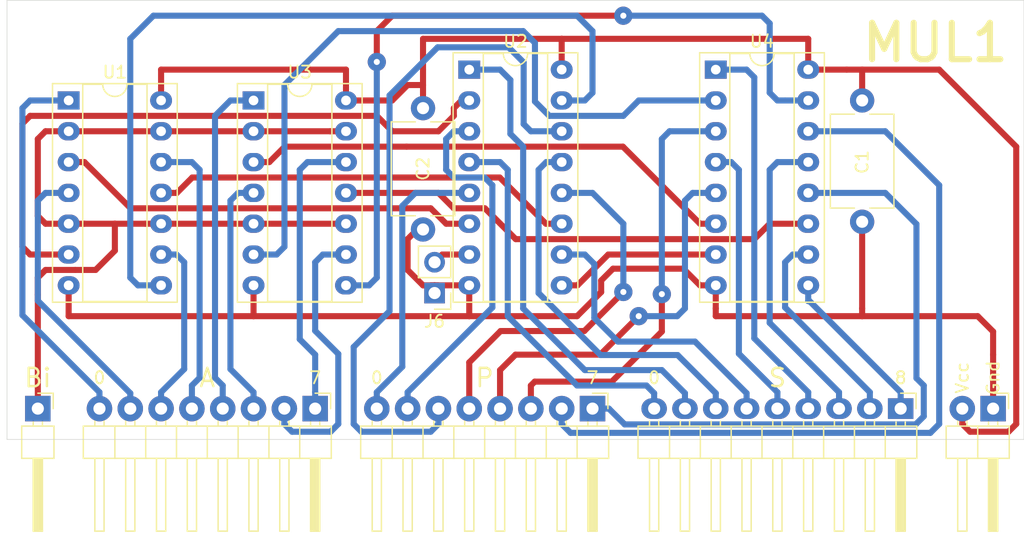
<source format=kicad_pcb>
(kicad_pcb (version 20171130) (host pcbnew "(5.1.8)-1")

  (general
    (thickness 1.6)
    (drawings 17)
    (tracks 319)
    (zones 0)
    (modules 12)
    (nets 39)
  )

  (page A4 portrait)
  (layers
    (0 F.Cu signal)
    (31 B.Cu signal)
    (32 B.Adhes user)
    (33 F.Adhes user)
    (34 B.Paste user)
    (35 F.Paste user)
    (36 B.SilkS user)
    (37 F.SilkS user)
    (38 B.Mask user)
    (39 F.Mask user)
    (40 Dwgs.User user)
    (41 Cmts.User user)
    (42 Eco1.User user)
    (43 Eco2.User user)
    (44 Edge.Cuts user)
    (45 Margin user)
    (46 B.CrtYd user)
    (47 F.CrtYd user)
    (48 B.Fab user)
    (49 F.Fab user)
  )

  (setup
    (last_trace_width 0.5)
    (trace_clearance 0.2)
    (zone_clearance 0.508)
    (zone_45_only no)
    (trace_min 0.2)
    (via_size 1.5)
    (via_drill 0.5)
    (via_min_size 0.4)
    (via_min_drill 0.3)
    (uvia_size 0.3)
    (uvia_drill 0.1)
    (uvias_allowed no)
    (uvia_min_size 0.2)
    (uvia_min_drill 0.1)
    (edge_width 0.05)
    (segment_width 0.2)
    (pcb_text_width 0.3)
    (pcb_text_size 1.5 1.5)
    (mod_edge_width 0.12)
    (mod_text_size 1 1)
    (mod_text_width 0.15)
    (pad_size 2.1 2.1)
    (pad_drill 1)
    (pad_to_mask_clearance 0)
    (aux_axis_origin 0 0)
    (visible_elements 7FFFFFFF)
    (pcbplotparams
      (layerselection 0x010f0_ffffffff)
      (usegerberextensions false)
      (usegerberattributes true)
      (usegerberadvancedattributes true)
      (creategerberjobfile false)
      (excludeedgelayer true)
      (linewidth 0.100000)
      (plotframeref false)
      (viasonmask false)
      (mode 1)
      (useauxorigin false)
      (hpglpennumber 1)
      (hpglpenspeed 20)
      (hpglpendiameter 15.000000)
      (psnegative false)
      (psa4output false)
      (plotreference true)
      (plotvalue true)
      (plotinvisibletext false)
      (padsonsilk false)
      (subtractmaskfromsilk false)
      (outputformat 1)
      (mirror false)
      (drillshape 0)
      (scaleselection 1)
      (outputdirectory "gerber/"))
  )

  (net 0 "")
  (net 1 GND)
  (net 2 VCC)
  (net 3 /P0)
  (net 4 /P1)
  (net 5 /P2)
  (net 6 /P3)
  (net 7 /P4)
  (net 8 /P5)
  (net 9 /P6)
  (net 10 /P7)
  (net 11 /S0)
  (net 12 /S1)
  (net 13 /S2)
  (net 14 /S3)
  (net 15 /S4)
  (net 16 /S5)
  (net 17 /S6)
  (net 18 /S7)
  (net 19 /S8)
  (net 20 /A0)
  (net 21 /A1)
  (net 22 /A2)
  (net 23 /A3)
  (net 24 /A4)
  (net 25 /A5)
  (net 26 /A6)
  (net 27 /A7)
  (net 28 /Bi)
  (net 29 "Net-(U1-Pad6)")
  (net 30 "Net-(U1-Pad11)")
  (net 31 "Net-(U1-Pad3)")
  (net 32 "Net-(U1-Pad8)")
  (net 33 "Net-(U2-Pad9)")
  (net 34 "Net-(U3-Pad6)")
  (net 35 "Net-(U3-Pad11)")
  (net 36 "Net-(U3-Pad3)")
  (net 37 "Net-(U3-Pad8)")
  (net 38 "Net-(J6-Pad2)")

  (net_class Default "This is the default net class."
    (clearance 0.2)
    (trace_width 0.5)
    (via_dia 1.5)
    (via_drill 0.5)
    (uvia_dia 0.3)
    (uvia_drill 0.1)
    (add_net /A0)
    (add_net /A1)
    (add_net /A2)
    (add_net /A3)
    (add_net /A4)
    (add_net /A5)
    (add_net /A6)
    (add_net /A7)
    (add_net /Bi)
    (add_net /P0)
    (add_net /P1)
    (add_net /P2)
    (add_net /P3)
    (add_net /P4)
    (add_net /P5)
    (add_net /P6)
    (add_net /P7)
    (add_net /S0)
    (add_net /S1)
    (add_net /S2)
    (add_net /S3)
    (add_net /S4)
    (add_net /S5)
    (add_net /S6)
    (add_net /S7)
    (add_net /S8)
    (add_net GND)
    (add_net "Net-(J6-Pad2)")
    (add_net "Net-(U1-Pad11)")
    (add_net "Net-(U1-Pad3)")
    (add_net "Net-(U1-Pad6)")
    (add_net "Net-(U1-Pad8)")
    (add_net "Net-(U2-Pad9)")
    (add_net "Net-(U3-Pad11)")
    (add_net "Net-(U3-Pad3)")
    (add_net "Net-(U3-Pad6)")
    (add_net "Net-(U3-Pad8)")
    (add_net VCC)
  )

  (module Capacitor_THT:C_Disc_D7.5mm_W5.0mm_P10.00mm (layer F.Cu) (tedit 5AE50EF0) (tstamp 636EC041)
    (at 115.57 59.055 270)
    (descr "C, Disc series, Radial, pin pitch=10.00mm, , diameter*width=7.5*5.0mm^2, Capacitor, http://www.vishay.com/docs/28535/vy2series.pdf")
    (tags "C Disc series Radial pin pitch 10.00mm  diameter 7.5mm width 5.0mm Capacitor")
    (path /6376A126)
    (fp_text reference C2 (at 5 0 90) (layer F.SilkS)
      (effects (font (size 1 1) (thickness 0.15)))
    )
    (fp_text value 0.1uF (at 5 3.75 90) (layer F.Fab)
      (effects (font (size 1 1) (thickness 0.15)))
    )
    (fp_line (start 11.25 -2.75) (end -1.25 -2.75) (layer F.CrtYd) (width 0.05))
    (fp_line (start 11.25 2.75) (end 11.25 -2.75) (layer F.CrtYd) (width 0.05))
    (fp_line (start -1.25 2.75) (end 11.25 2.75) (layer F.CrtYd) (width 0.05))
    (fp_line (start -1.25 -2.75) (end -1.25 2.75) (layer F.CrtYd) (width 0.05))
    (fp_line (start 8.87 0.636) (end 8.87 2.62) (layer F.SilkS) (width 0.12))
    (fp_line (start 8.87 -2.62) (end 8.87 -0.636) (layer F.SilkS) (width 0.12))
    (fp_line (start 1.13 0.636) (end 1.13 2.62) (layer F.SilkS) (width 0.12))
    (fp_line (start 1.13 -2.62) (end 1.13 -0.636) (layer F.SilkS) (width 0.12))
    (fp_line (start 1.13 2.62) (end 8.87 2.62) (layer F.SilkS) (width 0.12))
    (fp_line (start 1.13 -2.62) (end 8.87 -2.62) (layer F.SilkS) (width 0.12))
    (fp_line (start 8.75 -2.5) (end 1.25 -2.5) (layer F.Fab) (width 0.1))
    (fp_line (start 8.75 2.5) (end 8.75 -2.5) (layer F.Fab) (width 0.1))
    (fp_line (start 1.25 2.5) (end 8.75 2.5) (layer F.Fab) (width 0.1))
    (fp_line (start 1.25 -2.5) (end 1.25 2.5) (layer F.Fab) (width 0.1))
    (fp_text user %R (at 5 0 90) (layer F.Fab)
      (effects (font (size 1 1) (thickness 0.15)))
    )
    (pad 2 thru_hole circle (at 10 0 270) (size 2 2) (drill 1) (layers *.Cu *.Mask)
      (net 1 GND))
    (pad 1 thru_hole circle (at 0 0 270) (size 2 2) (drill 1) (layers *.Cu *.Mask)
      (net 2 VCC))
    (model ${KISYS3DMOD}/Capacitor_THT.3dshapes/C_Disc_D7.5mm_W5.0mm_P10.00mm.wrl
      (at (xyz 0 0 0))
      (scale (xyz 1 1 1))
      (rotate (xyz 0 0 0))
    )
  )

  (module Capacitor_THT:C_Disc_D7.5mm_W5.0mm_P10.00mm (layer F.Cu) (tedit 5AE50EF0) (tstamp 636EC030)
    (at 151.765 58.42 270)
    (descr "C, Disc series, Radial, pin pitch=10.00mm, , diameter*width=7.5*5.0mm^2, Capacitor, http://www.vishay.com/docs/28535/vy2series.pdf")
    (tags "C Disc series Radial pin pitch 10.00mm  diameter 7.5mm width 5.0mm Capacitor")
    (path /637750E0)
    (fp_text reference C1 (at 5.08 0 90) (layer F.SilkS)
      (effects (font (size 1 1) (thickness 0.15)))
    )
    (fp_text value 0.1uF (at 5 3.75 90) (layer F.Fab)
      (effects (font (size 1 1) (thickness 0.15)))
    )
    (fp_line (start 11.25 -2.75) (end -1.25 -2.75) (layer F.CrtYd) (width 0.05))
    (fp_line (start 11.25 2.75) (end 11.25 -2.75) (layer F.CrtYd) (width 0.05))
    (fp_line (start -1.25 2.75) (end 11.25 2.75) (layer F.CrtYd) (width 0.05))
    (fp_line (start -1.25 -2.75) (end -1.25 2.75) (layer F.CrtYd) (width 0.05))
    (fp_line (start 8.87 0.636) (end 8.87 2.62) (layer F.SilkS) (width 0.12))
    (fp_line (start 8.87 -2.62) (end 8.87 -0.636) (layer F.SilkS) (width 0.12))
    (fp_line (start 1.13 0.636) (end 1.13 2.62) (layer F.SilkS) (width 0.12))
    (fp_line (start 1.13 -2.62) (end 1.13 -0.636) (layer F.SilkS) (width 0.12))
    (fp_line (start 1.13 2.62) (end 8.87 2.62) (layer F.SilkS) (width 0.12))
    (fp_line (start 1.13 -2.62) (end 8.87 -2.62) (layer F.SilkS) (width 0.12))
    (fp_line (start 8.75 -2.5) (end 1.25 -2.5) (layer F.Fab) (width 0.1))
    (fp_line (start 8.75 2.5) (end 8.75 -2.5) (layer F.Fab) (width 0.1))
    (fp_line (start 1.25 2.5) (end 8.75 2.5) (layer F.Fab) (width 0.1))
    (fp_line (start 1.25 -2.5) (end 1.25 2.5) (layer F.Fab) (width 0.1))
    (fp_text user %R (at 5 0 90) (layer F.Fab)
      (effects (font (size 1 1) (thickness 0.15)))
    )
    (pad 2 thru_hole circle (at 10 0 270) (size 2 2) (drill 1) (layers *.Cu *.Mask)
      (net 1 GND))
    (pad 1 thru_hole circle (at 0 0 270) (size 2 2) (drill 1) (layers *.Cu *.Mask)
      (net 2 VCC))
    (model ${KISYS3DMOD}/Capacitor_THT.3dshapes/C_Disc_D7.5mm_W5.0mm_P10.00mm.wrl
      (at (xyz 0 0 0))
      (scale (xyz 1 1 1))
      (rotate (xyz 0 0 0))
    )
  )

  (module Package_DIP:DIP-16_W7.62mm_Socket (layer F.Cu) (tedit 5A02E8C5) (tstamp 636EC2D6)
    (at 139.7 55.88)
    (descr "16-lead though-hole mounted DIP package, row spacing 7.62 mm (300 mils), Socket")
    (tags "THT DIP DIL PDIP 2.54mm 7.62mm 300mil Socket")
    (path /636ECC42)
    (fp_text reference U4 (at 3.81 -2.33) (layer F.SilkS)
      (effects (font (size 1 1) (thickness 0.15)))
    )
    (fp_text value 74LS283 (at 3.81 20.11) (layer F.Fab)
      (effects (font (size 1 1) (thickness 0.15)))
    )
    (fp_line (start 9.15 -1.6) (end -1.55 -1.6) (layer F.CrtYd) (width 0.05))
    (fp_line (start 9.15 19.4) (end 9.15 -1.6) (layer F.CrtYd) (width 0.05))
    (fp_line (start -1.55 19.4) (end 9.15 19.4) (layer F.CrtYd) (width 0.05))
    (fp_line (start -1.55 -1.6) (end -1.55 19.4) (layer F.CrtYd) (width 0.05))
    (fp_line (start 8.95 -1.39) (end -1.33 -1.39) (layer F.SilkS) (width 0.12))
    (fp_line (start 8.95 19.17) (end 8.95 -1.39) (layer F.SilkS) (width 0.12))
    (fp_line (start -1.33 19.17) (end 8.95 19.17) (layer F.SilkS) (width 0.12))
    (fp_line (start -1.33 -1.39) (end -1.33 19.17) (layer F.SilkS) (width 0.12))
    (fp_line (start 6.46 -1.33) (end 4.81 -1.33) (layer F.SilkS) (width 0.12))
    (fp_line (start 6.46 19.11) (end 6.46 -1.33) (layer F.SilkS) (width 0.12))
    (fp_line (start 1.16 19.11) (end 6.46 19.11) (layer F.SilkS) (width 0.12))
    (fp_line (start 1.16 -1.33) (end 1.16 19.11) (layer F.SilkS) (width 0.12))
    (fp_line (start 2.81 -1.33) (end 1.16 -1.33) (layer F.SilkS) (width 0.12))
    (fp_line (start 8.89 -1.33) (end -1.27 -1.33) (layer F.Fab) (width 0.1))
    (fp_line (start 8.89 19.11) (end 8.89 -1.33) (layer F.Fab) (width 0.1))
    (fp_line (start -1.27 19.11) (end 8.89 19.11) (layer F.Fab) (width 0.1))
    (fp_line (start -1.27 -1.33) (end -1.27 19.11) (layer F.Fab) (width 0.1))
    (fp_line (start 0.635 -0.27) (end 1.635 -1.27) (layer F.Fab) (width 0.1))
    (fp_line (start 0.635 19.05) (end 0.635 -0.27) (layer F.Fab) (width 0.1))
    (fp_line (start 6.985 19.05) (end 0.635 19.05) (layer F.Fab) (width 0.1))
    (fp_line (start 6.985 -1.27) (end 6.985 19.05) (layer F.Fab) (width 0.1))
    (fp_line (start 1.635 -1.27) (end 6.985 -1.27) (layer F.Fab) (width 0.1))
    (fp_text user %R (at 3.81 8.89) (layer F.Fab)
      (effects (font (size 1 1) (thickness 0.15)))
    )
    (fp_arc (start 3.81 -1.33) (end 2.81 -1.33) (angle -180) (layer F.SilkS) (width 0.12))
    (pad 16 thru_hole oval (at 7.62 0) (size 1.8 1.5) (drill 0.8) (layers *.Cu *.Mask)
      (net 2 VCC))
    (pad 8 thru_hole oval (at 0 17.78) (size 1.8 1.5) (drill 0.8) (layers *.Cu *.Mask)
      (net 1 GND))
    (pad 15 thru_hole oval (at 7.62 2.54) (size 1.8 1.5) (drill 0.8) (layers *.Cu *.Mask)
      (net 37 "Net-(U3-Pad8)"))
    (pad 7 thru_hole oval (at 0 15.24) (size 1.8 1.5) (drill 0.8) (layers *.Cu *.Mask)
      (net 33 "Net-(U2-Pad9)"))
    (pad 14 thru_hole oval (at 7.62 5.08) (size 1.8 1.5) (drill 0.8) (layers *.Cu *.Mask)
      (net 9 /P6))
    (pad 6 thru_hole oval (at 0 12.7) (size 1.8 1.5) (drill 0.8) (layers *.Cu *.Mask)
      (net 36 "Net-(U3-Pad3)"))
    (pad 13 thru_hole oval (at 7.62 7.62) (size 1.8 1.5) (drill 0.8) (layers *.Cu *.Mask)
      (net 17 /S6))
    (pad 5 thru_hole oval (at 0 10.16) (size 1.8 1.5) (drill 0.8) (layers *.Cu *.Mask)
      (net 7 /P4))
    (pad 12 thru_hole oval (at 7.62 10.16) (size 1.8 1.5) (drill 0.8) (layers *.Cu *.Mask)
      (net 10 /P7))
    (pad 4 thru_hole oval (at 0 7.62) (size 1.8 1.5) (drill 0.8) (layers *.Cu *.Mask)
      (net 15 /S4))
    (pad 11 thru_hole oval (at 7.62 12.7) (size 1.8 1.5) (drill 0.8) (layers *.Cu *.Mask)
      (net 35 "Net-(U3-Pad11)"))
    (pad 3 thru_hole oval (at 0 5.08) (size 1.8 1.5) (drill 0.8) (layers *.Cu *.Mask)
      (net 8 /P5))
    (pad 10 thru_hole oval (at 7.62 15.24) (size 1.8 1.5) (drill 0.8) (layers *.Cu *.Mask)
      (net 18 /S7))
    (pad 2 thru_hole oval (at 0 2.54) (size 1.8 1.5) (drill 0.8) (layers *.Cu *.Mask)
      (net 34 "Net-(U3-Pad6)"))
    (pad 9 thru_hole oval (at 7.62 17.78) (size 1.8 1.5) (drill 0.8) (layers *.Cu *.Mask)
      (net 19 /S8))
    (pad 1 thru_hole rect (at 0 0) (size 1.8 1.5) (drill 0.8) (layers *.Cu *.Mask)
      (net 16 /S5))
    (model ${KISYS3DMOD}/Package_DIP.3dshapes/DIP-16_W7.62mm_Socket.wrl
      (at (xyz 0 0 0))
      (scale (xyz 1 1 1))
      (rotate (xyz 0 0 0))
    )
  )

  (module Package_DIP:DIP-14_W7.62mm_Socket (layer F.Cu) (tedit 5A02E8C5) (tstamp 636EC2AA)
    (at 101.6 58.42)
    (descr "14-lead though-hole mounted DIP package, row spacing 7.62 mm (300 mils), Socket")
    (tags "THT DIP DIL PDIP 2.54mm 7.62mm 300mil Socket")
    (path /63704B54)
    (fp_text reference U3 (at 3.81 -2.33) (layer F.SilkS)
      (effects (font (size 1 1) (thickness 0.15)))
    )
    (fp_text value 74LS08 (at 3.81 17.57) (layer F.Fab)
      (effects (font (size 1 1) (thickness 0.15)))
    )
    (fp_line (start 9.15 -1.6) (end -1.55 -1.6) (layer F.CrtYd) (width 0.05))
    (fp_line (start 9.15 16.85) (end 9.15 -1.6) (layer F.CrtYd) (width 0.05))
    (fp_line (start -1.55 16.85) (end 9.15 16.85) (layer F.CrtYd) (width 0.05))
    (fp_line (start -1.55 -1.6) (end -1.55 16.85) (layer F.CrtYd) (width 0.05))
    (fp_line (start 8.95 -1.39) (end -1.33 -1.39) (layer F.SilkS) (width 0.12))
    (fp_line (start 8.95 16.63) (end 8.95 -1.39) (layer F.SilkS) (width 0.12))
    (fp_line (start -1.33 16.63) (end 8.95 16.63) (layer F.SilkS) (width 0.12))
    (fp_line (start -1.33 -1.39) (end -1.33 16.63) (layer F.SilkS) (width 0.12))
    (fp_line (start 6.46 -1.33) (end 4.81 -1.33) (layer F.SilkS) (width 0.12))
    (fp_line (start 6.46 16.57) (end 6.46 -1.33) (layer F.SilkS) (width 0.12))
    (fp_line (start 1.16 16.57) (end 6.46 16.57) (layer F.SilkS) (width 0.12))
    (fp_line (start 1.16 -1.33) (end 1.16 16.57) (layer F.SilkS) (width 0.12))
    (fp_line (start 2.81 -1.33) (end 1.16 -1.33) (layer F.SilkS) (width 0.12))
    (fp_line (start 8.89 -1.33) (end -1.27 -1.33) (layer F.Fab) (width 0.1))
    (fp_line (start 8.89 16.57) (end 8.89 -1.33) (layer F.Fab) (width 0.1))
    (fp_line (start -1.27 16.57) (end 8.89 16.57) (layer F.Fab) (width 0.1))
    (fp_line (start -1.27 -1.33) (end -1.27 16.57) (layer F.Fab) (width 0.1))
    (fp_line (start 0.635 -0.27) (end 1.635 -1.27) (layer F.Fab) (width 0.1))
    (fp_line (start 0.635 16.51) (end 0.635 -0.27) (layer F.Fab) (width 0.1))
    (fp_line (start 6.985 16.51) (end 0.635 16.51) (layer F.Fab) (width 0.1))
    (fp_line (start 6.985 -1.27) (end 6.985 16.51) (layer F.Fab) (width 0.1))
    (fp_line (start 1.635 -1.27) (end 6.985 -1.27) (layer F.Fab) (width 0.1))
    (fp_text user %R (at 3.81 7.62) (layer F.Fab)
      (effects (font (size 1 1) (thickness 0.15)))
    )
    (fp_arc (start 3.81 -1.33) (end 2.81 -1.33) (angle -180) (layer F.SilkS) (width 0.12))
    (pad 14 thru_hole oval (at 7.62 0) (size 1.8 1.5) (drill 0.8) (layers *.Cu *.Mask)
      (net 2 VCC))
    (pad 7 thru_hole oval (at 0 15.24) (size 1.8 1.5) (drill 0.8) (layers *.Cu *.Mask)
      (net 1 GND))
    (pad 13 thru_hole oval (at 7.62 2.54) (size 1.8 1.5) (drill 0.8) (layers *.Cu *.Mask)
      (net 28 /Bi))
    (pad 6 thru_hole oval (at 0 12.7) (size 1.8 1.5) (drill 0.8) (layers *.Cu *.Mask)
      (net 34 "Net-(U3-Pad6)"))
    (pad 12 thru_hole oval (at 7.62 5.08) (size 1.8 1.5) (drill 0.8) (layers *.Cu *.Mask)
      (net 27 /A7))
    (pad 5 thru_hole oval (at 0 10.16) (size 1.8 1.5) (drill 0.8) (layers *.Cu *.Mask)
      (net 28 /Bi))
    (pad 11 thru_hole oval (at 7.62 7.62) (size 1.8 1.5) (drill 0.8) (layers *.Cu *.Mask)
      (net 35 "Net-(U3-Pad11)"))
    (pad 4 thru_hole oval (at 0 7.62) (size 1.8 1.5) (drill 0.8) (layers *.Cu *.Mask)
      (net 25 /A5))
    (pad 10 thru_hole oval (at 7.62 10.16) (size 1.8 1.5) (drill 0.8) (layers *.Cu *.Mask)
      (net 28 /Bi))
    (pad 3 thru_hole oval (at 0 5.08) (size 1.8 1.5) (drill 0.8) (layers *.Cu *.Mask)
      (net 36 "Net-(U3-Pad3)"))
    (pad 9 thru_hole oval (at 7.62 12.7) (size 1.8 1.5) (drill 0.8) (layers *.Cu *.Mask)
      (net 26 /A6))
    (pad 2 thru_hole oval (at 0 2.54) (size 1.8 1.5) (drill 0.8) (layers *.Cu *.Mask)
      (net 28 /Bi))
    (pad 8 thru_hole oval (at 7.62 15.24) (size 1.8 1.5) (drill 0.8) (layers *.Cu *.Mask)
      (net 37 "Net-(U3-Pad8)"))
    (pad 1 thru_hole rect (at 0 0) (size 1.8 1.5) (drill 0.8) (layers *.Cu *.Mask)
      (net 24 /A4))
    (model ${KISYS3DMOD}/Package_DIP.3dshapes/DIP-14_W7.62mm_Socket.wrl
      (at (xyz 0 0 0))
      (scale (xyz 1 1 1))
      (rotate (xyz 0 0 0))
    )
  )

  (module Package_DIP:DIP-16_W7.62mm_Socket (layer F.Cu) (tedit 5A02E8C5) (tstamp 636EC280)
    (at 119.38 55.88)
    (descr "16-lead though-hole mounted DIP package, row spacing 7.62 mm (300 mils), Socket")
    (tags "THT DIP DIL PDIP 2.54mm 7.62mm 300mil Socket")
    (path /636EAFC6)
    (fp_text reference U2 (at 3.81 -2.33) (layer F.SilkS)
      (effects (font (size 1 1) (thickness 0.15)))
    )
    (fp_text value 74LS283 (at 3.81 20.11) (layer F.Fab)
      (effects (font (size 1 1) (thickness 0.15)))
    )
    (fp_line (start 9.15 -1.6) (end -1.55 -1.6) (layer F.CrtYd) (width 0.05))
    (fp_line (start 9.15 19.4) (end 9.15 -1.6) (layer F.CrtYd) (width 0.05))
    (fp_line (start -1.55 19.4) (end 9.15 19.4) (layer F.CrtYd) (width 0.05))
    (fp_line (start -1.55 -1.6) (end -1.55 19.4) (layer F.CrtYd) (width 0.05))
    (fp_line (start 8.95 -1.39) (end -1.33 -1.39) (layer F.SilkS) (width 0.12))
    (fp_line (start 8.95 19.17) (end 8.95 -1.39) (layer F.SilkS) (width 0.12))
    (fp_line (start -1.33 19.17) (end 8.95 19.17) (layer F.SilkS) (width 0.12))
    (fp_line (start -1.33 -1.39) (end -1.33 19.17) (layer F.SilkS) (width 0.12))
    (fp_line (start 6.46 -1.33) (end 4.81 -1.33) (layer F.SilkS) (width 0.12))
    (fp_line (start 6.46 19.11) (end 6.46 -1.33) (layer F.SilkS) (width 0.12))
    (fp_line (start 1.16 19.11) (end 6.46 19.11) (layer F.SilkS) (width 0.12))
    (fp_line (start 1.16 -1.33) (end 1.16 19.11) (layer F.SilkS) (width 0.12))
    (fp_line (start 2.81 -1.33) (end 1.16 -1.33) (layer F.SilkS) (width 0.12))
    (fp_line (start 8.89 -1.33) (end -1.27 -1.33) (layer F.Fab) (width 0.1))
    (fp_line (start 8.89 19.11) (end 8.89 -1.33) (layer F.Fab) (width 0.1))
    (fp_line (start -1.27 19.11) (end 8.89 19.11) (layer F.Fab) (width 0.1))
    (fp_line (start -1.27 -1.33) (end -1.27 19.11) (layer F.Fab) (width 0.1))
    (fp_line (start 0.635 -0.27) (end 1.635 -1.27) (layer F.Fab) (width 0.1))
    (fp_line (start 0.635 19.05) (end 0.635 -0.27) (layer F.Fab) (width 0.1))
    (fp_line (start 6.985 19.05) (end 0.635 19.05) (layer F.Fab) (width 0.1))
    (fp_line (start 6.985 -1.27) (end 6.985 19.05) (layer F.Fab) (width 0.1))
    (fp_line (start 1.635 -1.27) (end 6.985 -1.27) (layer F.Fab) (width 0.1))
    (fp_text user %R (at 3.81 8.89) (layer F.Fab)
      (effects (font (size 1 1) (thickness 0.15)))
    )
    (fp_arc (start 3.81 -1.33) (end 2.81 -1.33) (angle -180) (layer F.SilkS) (width 0.12))
    (pad 16 thru_hole oval (at 7.62 0) (size 1.8 1.5) (drill 0.8) (layers *.Cu *.Mask)
      (net 2 VCC))
    (pad 8 thru_hole oval (at 0 17.78) (size 1.8 1.5) (drill 0.8) (layers *.Cu *.Mask)
      (net 1 GND))
    (pad 15 thru_hole oval (at 7.62 2.54) (size 1.8 1.5) (drill 0.8) (layers *.Cu *.Mask)
      (net 32 "Net-(U1-Pad8)"))
    (pad 7 thru_hole oval (at 0 15.24) (size 1.8 1.5) (drill 0.8) (layers *.Cu *.Mask)
      (net 38 "Net-(J6-Pad2)"))
    (pad 14 thru_hole oval (at 7.62 5.08) (size 1.8 1.5) (drill 0.8) (layers *.Cu *.Mask)
      (net 5 /P2))
    (pad 6 thru_hole oval (at 0 12.7) (size 1.8 1.5) (drill 0.8) (layers *.Cu *.Mask)
      (net 31 "Net-(U1-Pad3)"))
    (pad 13 thru_hole oval (at 7.62 7.62) (size 1.8 1.5) (drill 0.8) (layers *.Cu *.Mask)
      (net 13 /S2))
    (pad 5 thru_hole oval (at 0 10.16) (size 1.8 1.5) (drill 0.8) (layers *.Cu *.Mask)
      (net 3 /P0))
    (pad 12 thru_hole oval (at 7.62 10.16) (size 1.8 1.5) (drill 0.8) (layers *.Cu *.Mask)
      (net 6 /P3))
    (pad 4 thru_hole oval (at 0 7.62) (size 1.8 1.5) (drill 0.8) (layers *.Cu *.Mask)
      (net 11 /S0))
    (pad 11 thru_hole oval (at 7.62 12.7) (size 1.8 1.5) (drill 0.8) (layers *.Cu *.Mask)
      (net 30 "Net-(U1-Pad11)"))
    (pad 3 thru_hole oval (at 0 5.08) (size 1.8 1.5) (drill 0.8) (layers *.Cu *.Mask)
      (net 4 /P1))
    (pad 10 thru_hole oval (at 7.62 15.24) (size 1.8 1.5) (drill 0.8) (layers *.Cu *.Mask)
      (net 14 /S3))
    (pad 2 thru_hole oval (at 0 2.54) (size 1.8 1.5) (drill 0.8) (layers *.Cu *.Mask)
      (net 29 "Net-(U1-Pad6)"))
    (pad 9 thru_hole oval (at 7.62 17.78) (size 1.8 1.5) (drill 0.8) (layers *.Cu *.Mask)
      (net 33 "Net-(U2-Pad9)"))
    (pad 1 thru_hole rect (at 0 0) (size 1.8 1.5) (drill 0.8) (layers *.Cu *.Mask)
      (net 12 /S1))
    (model ${KISYS3DMOD}/Package_DIP.3dshapes/DIP-16_W7.62mm_Socket.wrl
      (at (xyz 0 0 0))
      (scale (xyz 1 1 1))
      (rotate (xyz 0 0 0))
    )
  )

  (module Package_DIP:DIP-14_W7.62mm_Socket (layer F.Cu) (tedit 5A02E8C5) (tstamp 636EC254)
    (at 86.36 58.42)
    (descr "14-lead though-hole mounted DIP package, row spacing 7.62 mm (300 mils), Socket")
    (tags "THT DIP DIL PDIP 2.54mm 7.62mm 300mil Socket")
    (path /636FA2A0)
    (fp_text reference U1 (at 3.81 -2.33) (layer F.SilkS)
      (effects (font (size 1 1) (thickness 0.15)))
    )
    (fp_text value 74LS08 (at 3.81 17.57) (layer F.Fab)
      (effects (font (size 1 1) (thickness 0.15)))
    )
    (fp_line (start 9.15 -1.6) (end -1.55 -1.6) (layer F.CrtYd) (width 0.05))
    (fp_line (start 9.15 16.85) (end 9.15 -1.6) (layer F.CrtYd) (width 0.05))
    (fp_line (start -1.55 16.85) (end 9.15 16.85) (layer F.CrtYd) (width 0.05))
    (fp_line (start -1.55 -1.6) (end -1.55 16.85) (layer F.CrtYd) (width 0.05))
    (fp_line (start 8.95 -1.39) (end -1.33 -1.39) (layer F.SilkS) (width 0.12))
    (fp_line (start 8.95 16.63) (end 8.95 -1.39) (layer F.SilkS) (width 0.12))
    (fp_line (start -1.33 16.63) (end 8.95 16.63) (layer F.SilkS) (width 0.12))
    (fp_line (start -1.33 -1.39) (end -1.33 16.63) (layer F.SilkS) (width 0.12))
    (fp_line (start 6.46 -1.33) (end 4.81 -1.33) (layer F.SilkS) (width 0.12))
    (fp_line (start 6.46 16.57) (end 6.46 -1.33) (layer F.SilkS) (width 0.12))
    (fp_line (start 1.16 16.57) (end 6.46 16.57) (layer F.SilkS) (width 0.12))
    (fp_line (start 1.16 -1.33) (end 1.16 16.57) (layer F.SilkS) (width 0.12))
    (fp_line (start 2.81 -1.33) (end 1.16 -1.33) (layer F.SilkS) (width 0.12))
    (fp_line (start 8.89 -1.33) (end -1.27 -1.33) (layer F.Fab) (width 0.1))
    (fp_line (start 8.89 16.57) (end 8.89 -1.33) (layer F.Fab) (width 0.1))
    (fp_line (start -1.27 16.57) (end 8.89 16.57) (layer F.Fab) (width 0.1))
    (fp_line (start -1.27 -1.33) (end -1.27 16.57) (layer F.Fab) (width 0.1))
    (fp_line (start 0.635 -0.27) (end 1.635 -1.27) (layer F.Fab) (width 0.1))
    (fp_line (start 0.635 16.51) (end 0.635 -0.27) (layer F.Fab) (width 0.1))
    (fp_line (start 6.985 16.51) (end 0.635 16.51) (layer F.Fab) (width 0.1))
    (fp_line (start 6.985 -1.27) (end 6.985 16.51) (layer F.Fab) (width 0.1))
    (fp_line (start 1.635 -1.27) (end 6.985 -1.27) (layer F.Fab) (width 0.1))
    (fp_text user %R (at 3.81 7.62) (layer F.Fab)
      (effects (font (size 1 1) (thickness 0.15)))
    )
    (fp_arc (start 3.81 -1.33) (end 2.81 -1.33) (angle -180) (layer F.SilkS) (width 0.12))
    (pad 14 thru_hole oval (at 7.62 0) (size 1.8 1.5) (drill 0.8) (layers *.Cu *.Mask)
      (net 2 VCC))
    (pad 7 thru_hole oval (at 0 15.24) (size 1.8 1.5) (drill 0.8) (layers *.Cu *.Mask)
      (net 1 GND))
    (pad 13 thru_hole oval (at 7.62 2.54) (size 1.8 1.5) (drill 0.8) (layers *.Cu *.Mask)
      (net 28 /Bi))
    (pad 6 thru_hole oval (at 0 12.7) (size 1.8 1.5) (drill 0.8) (layers *.Cu *.Mask)
      (net 29 "Net-(U1-Pad6)"))
    (pad 12 thru_hole oval (at 7.62 5.08) (size 1.8 1.5) (drill 0.8) (layers *.Cu *.Mask)
      (net 23 /A3))
    (pad 5 thru_hole oval (at 0 10.16) (size 1.8 1.5) (drill 0.8) (layers *.Cu *.Mask)
      (net 28 /Bi))
    (pad 11 thru_hole oval (at 7.62 7.62) (size 1.8 1.5) (drill 0.8) (layers *.Cu *.Mask)
      (net 30 "Net-(U1-Pad11)"))
    (pad 4 thru_hole oval (at 0 7.62) (size 1.8 1.5) (drill 0.8) (layers *.Cu *.Mask)
      (net 21 /A1))
    (pad 10 thru_hole oval (at 7.62 10.16) (size 1.8 1.5) (drill 0.8) (layers *.Cu *.Mask)
      (net 28 /Bi))
    (pad 3 thru_hole oval (at 0 5.08) (size 1.8 1.5) (drill 0.8) (layers *.Cu *.Mask)
      (net 31 "Net-(U1-Pad3)"))
    (pad 9 thru_hole oval (at 7.62 12.7) (size 1.8 1.5) (drill 0.8) (layers *.Cu *.Mask)
      (net 22 /A2))
    (pad 2 thru_hole oval (at 0 2.54) (size 1.8 1.5) (drill 0.8) (layers *.Cu *.Mask)
      (net 28 /Bi))
    (pad 8 thru_hole oval (at 7.62 15.24) (size 1.8 1.5) (drill 0.8) (layers *.Cu *.Mask)
      (net 32 "Net-(U1-Pad8)"))
    (pad 1 thru_hole rect (at 0 0) (size 1.8 1.5) (drill 0.8) (layers *.Cu *.Mask)
      (net 20 /A0))
    (model ${KISYS3DMOD}/Package_DIP.3dshapes/DIP-14_W7.62mm_Socket.wrl
      (at (xyz 0 0 0))
      (scale (xyz 1 1 1))
      (rotate (xyz 0 0 0))
    )
  )

  (module Connector_PinHeader_2.54mm:PinHeader_1x02_P2.54mm_Horizontal (layer F.Cu) (tedit 59FED5CB) (tstamp 636EC22A)
    (at 162.56 83.82 270)
    (descr "Through hole angled pin header, 1x02, 2.54mm pitch, 6mm pin length, single row")
    (tags "Through hole angled pin header THT 1x02 2.54mm single row")
    (path /63790E0D)
    (fp_text reference J5 (at 0 -2.27 90) (layer F.SilkS) hide
      (effects (font (size 1 1) (thickness 0.15)))
    )
    (fp_text value Conn_01x02_Male (at 4.385 4.81 90) (layer F.Fab)
      (effects (font (size 1 1) (thickness 0.15)))
    )
    (fp_line (start 10.55 -1.8) (end -1.8 -1.8) (layer F.CrtYd) (width 0.05))
    (fp_line (start 10.55 4.35) (end 10.55 -1.8) (layer F.CrtYd) (width 0.05))
    (fp_line (start -1.8 4.35) (end 10.55 4.35) (layer F.CrtYd) (width 0.05))
    (fp_line (start -1.8 -1.8) (end -1.8 4.35) (layer F.CrtYd) (width 0.05))
    (fp_line (start -1.27 -1.27) (end 0 -1.27) (layer F.SilkS) (width 0.12))
    (fp_line (start -1.27 0) (end -1.27 -1.27) (layer F.SilkS) (width 0.12))
    (fp_line (start 1.042929 2.92) (end 1.44 2.92) (layer F.SilkS) (width 0.12))
    (fp_line (start 1.042929 2.16) (end 1.44 2.16) (layer F.SilkS) (width 0.12))
    (fp_line (start 10.1 2.92) (end 4.1 2.92) (layer F.SilkS) (width 0.12))
    (fp_line (start 10.1 2.16) (end 10.1 2.92) (layer F.SilkS) (width 0.12))
    (fp_line (start 4.1 2.16) (end 10.1 2.16) (layer F.SilkS) (width 0.12))
    (fp_line (start 1.44 1.27) (end 4.1 1.27) (layer F.SilkS) (width 0.12))
    (fp_line (start 1.11 0.38) (end 1.44 0.38) (layer F.SilkS) (width 0.12))
    (fp_line (start 1.11 -0.38) (end 1.44 -0.38) (layer F.SilkS) (width 0.12))
    (fp_line (start 4.1 0.28) (end 10.1 0.28) (layer F.SilkS) (width 0.12))
    (fp_line (start 4.1 0.16) (end 10.1 0.16) (layer F.SilkS) (width 0.12))
    (fp_line (start 4.1 0.04) (end 10.1 0.04) (layer F.SilkS) (width 0.12))
    (fp_line (start 4.1 -0.08) (end 10.1 -0.08) (layer F.SilkS) (width 0.12))
    (fp_line (start 4.1 -0.2) (end 10.1 -0.2) (layer F.SilkS) (width 0.12))
    (fp_line (start 4.1 -0.32) (end 10.1 -0.32) (layer F.SilkS) (width 0.12))
    (fp_line (start 10.1 0.38) (end 4.1 0.38) (layer F.SilkS) (width 0.12))
    (fp_line (start 10.1 -0.38) (end 10.1 0.38) (layer F.SilkS) (width 0.12))
    (fp_line (start 4.1 -0.38) (end 10.1 -0.38) (layer F.SilkS) (width 0.12))
    (fp_line (start 4.1 -1.33) (end 1.44 -1.33) (layer F.SilkS) (width 0.12))
    (fp_line (start 4.1 3.87) (end 4.1 -1.33) (layer F.SilkS) (width 0.12))
    (fp_line (start 1.44 3.87) (end 4.1 3.87) (layer F.SilkS) (width 0.12))
    (fp_line (start 1.44 -1.33) (end 1.44 3.87) (layer F.SilkS) (width 0.12))
    (fp_line (start 4.04 2.86) (end 10.04 2.86) (layer F.Fab) (width 0.1))
    (fp_line (start 10.04 2.22) (end 10.04 2.86) (layer F.Fab) (width 0.1))
    (fp_line (start 4.04 2.22) (end 10.04 2.22) (layer F.Fab) (width 0.1))
    (fp_line (start -0.32 2.86) (end 1.5 2.86) (layer F.Fab) (width 0.1))
    (fp_line (start -0.32 2.22) (end -0.32 2.86) (layer F.Fab) (width 0.1))
    (fp_line (start -0.32 2.22) (end 1.5 2.22) (layer F.Fab) (width 0.1))
    (fp_line (start 4.04 0.32) (end 10.04 0.32) (layer F.Fab) (width 0.1))
    (fp_line (start 10.04 -0.32) (end 10.04 0.32) (layer F.Fab) (width 0.1))
    (fp_line (start 4.04 -0.32) (end 10.04 -0.32) (layer F.Fab) (width 0.1))
    (fp_line (start -0.32 0.32) (end 1.5 0.32) (layer F.Fab) (width 0.1))
    (fp_line (start -0.32 -0.32) (end -0.32 0.32) (layer F.Fab) (width 0.1))
    (fp_line (start -0.32 -0.32) (end 1.5 -0.32) (layer F.Fab) (width 0.1))
    (fp_line (start 1.5 -0.635) (end 2.135 -1.27) (layer F.Fab) (width 0.1))
    (fp_line (start 1.5 3.81) (end 1.5 -0.635) (layer F.Fab) (width 0.1))
    (fp_line (start 4.04 3.81) (end 1.5 3.81) (layer F.Fab) (width 0.1))
    (fp_line (start 4.04 -1.27) (end 4.04 3.81) (layer F.Fab) (width 0.1))
    (fp_line (start 2.135 -1.27) (end 4.04 -1.27) (layer F.Fab) (width 0.1))
    (fp_text user %R (at 2.77 1.27) (layer F.Fab)
      (effects (font (size 1 1) (thickness 0.15)))
    )
    (pad 2 thru_hole oval (at 0 2.54 270) (size 2.1 2.1) (drill 1) (layers *.Cu *.Mask)
      (net 2 VCC))
    (pad 1 thru_hole rect (at 0 0 270) (size 2.1 2.1) (drill 1) (layers *.Cu *.Mask)
      (net 1 GND))
    (model ${KISYS3DMOD}/Connector_PinHeader_2.54mm.3dshapes/PinHeader_1x02_P2.54mm_Horizontal.wrl
      (at (xyz 0 0 0))
      (scale (xyz 1 1 1))
      (rotate (xyz 0 0 0))
    )
  )

  (module Connector_PinHeader_2.54mm:PinHeader_1x01_P2.54mm_Horizontal (layer F.Cu) (tedit 636FF4E0) (tstamp 636EC1F7)
    (at 83.82 83.82 270)
    (descr "Through hole angled pin header, 1x01, 2.54mm pitch, 6mm pin length, single row")
    (tags "Through hole angled pin header THT 1x01 2.54mm single row")
    (path /636F92F6)
    (fp_text reference J4 (at 0.635 -2.27 90) (layer F.SilkS) hide
      (effects (font (size 1 1) (thickness 0.15)))
    )
    (fp_text value Conn_01x01_Male (at 4.385 2.27 90) (layer F.Fab)
      (effects (font (size 1 1) (thickness 0.15)))
    )
    (fp_line (start 10.55 -1.8) (end -1.8 -1.8) (layer F.CrtYd) (width 0.05))
    (fp_line (start 10.55 1.8) (end 10.55 -1.8) (layer F.CrtYd) (width 0.05))
    (fp_line (start -1.8 1.8) (end 10.55 1.8) (layer F.CrtYd) (width 0.05))
    (fp_line (start -1.8 -1.8) (end -1.8 1.8) (layer F.CrtYd) (width 0.05))
    (fp_line (start -1.27 -1.27) (end 0 -1.27) (layer F.SilkS) (width 0.12))
    (fp_line (start -1.27 0) (end -1.27 -1.27) (layer F.SilkS) (width 0.12))
    (fp_line (start 1.11 0.38) (end 1.44 0.38) (layer F.SilkS) (width 0.12))
    (fp_line (start 1.11 -0.38) (end 1.44 -0.38) (layer F.SilkS) (width 0.12))
    (fp_line (start 4.1 0.28) (end 10.1 0.28) (layer F.SilkS) (width 0.12))
    (fp_line (start 4.1 0.16) (end 10.1 0.16) (layer F.SilkS) (width 0.12))
    (fp_line (start 4.1 0.04) (end 10.1 0.04) (layer F.SilkS) (width 0.12))
    (fp_line (start 4.1 -0.08) (end 10.1 -0.08) (layer F.SilkS) (width 0.12))
    (fp_line (start 4.1 -0.2) (end 10.1 -0.2) (layer F.SilkS) (width 0.12))
    (fp_line (start 4.1 -0.32) (end 10.1 -0.32) (layer F.SilkS) (width 0.12))
    (fp_line (start 10.1 0.38) (end 4.1 0.38) (layer F.SilkS) (width 0.12))
    (fp_line (start 10.1 -0.38) (end 10.1 0.38) (layer F.SilkS) (width 0.12))
    (fp_line (start 4.1 -0.38) (end 10.1 -0.38) (layer F.SilkS) (width 0.12))
    (fp_line (start 4.1 -1.33) (end 1.44 -1.33) (layer F.SilkS) (width 0.12))
    (fp_line (start 4.1 1.33) (end 4.1 -1.33) (layer F.SilkS) (width 0.12))
    (fp_line (start 1.44 1.33) (end 4.1 1.33) (layer F.SilkS) (width 0.12))
    (fp_line (start 1.44 -1.33) (end 1.44 1.33) (layer F.SilkS) (width 0.12))
    (fp_line (start 4.04 0.32) (end 10.04 0.32) (layer F.Fab) (width 0.1))
    (fp_line (start 10.04 -0.32) (end 10.04 0.32) (layer F.Fab) (width 0.1))
    (fp_line (start 4.04 -0.32) (end 10.04 -0.32) (layer F.Fab) (width 0.1))
    (fp_line (start -0.32 0.32) (end 1.5 0.32) (layer F.Fab) (width 0.1))
    (fp_line (start -0.32 -0.32) (end -0.32 0.32) (layer F.Fab) (width 0.1))
    (fp_line (start -0.32 -0.32) (end 1.5 -0.32) (layer F.Fab) (width 0.1))
    (fp_line (start 1.5 -0.635) (end 2.135 -1.27) (layer F.Fab) (width 0.1))
    (fp_line (start 1.5 1.27) (end 1.5 -0.635) (layer F.Fab) (width 0.1))
    (fp_line (start 4.04 1.27) (end 1.5 1.27) (layer F.Fab) (width 0.1))
    (fp_line (start 4.04 -1.27) (end 4.04 1.27) (layer F.Fab) (width 0.1))
    (fp_line (start 2.135 -1.27) (end 4.04 -1.27) (layer F.Fab) (width 0.1))
    (fp_text user %R (at 2.77 0) (layer F.Fab)
      (effects (font (size 1 1) (thickness 0.15)))
    )
    (pad 1 thru_hole rect (at 0 0 270) (size 2.1 2.1) (drill 1) (layers *.Cu *.Mask)
      (net 28 /Bi))
    (model ${KISYS3DMOD}/Connector_PinHeader_2.54mm.3dshapes/PinHeader_1x01_P2.54mm_Horizontal.wrl
      (at (xyz 0 0 0))
      (scale (xyz 1 1 1))
      (rotate (xyz 0 0 0))
    )
  )

  (module Connector_PinHeader_2.54mm:PinHeader_1x08_P2.54mm_Horizontal (layer F.Cu) (tedit 59FED5CB) (tstamp 636EC1D1)
    (at 106.68 83.82 270)
    (descr "Through hole angled pin header, 1x08, 2.54mm pitch, 6mm pin length, single row")
    (tags "Through hole angled pin header THT 1x08 2.54mm single row")
    (path /636F4D12)
    (fp_text reference J3 (at 0.635 -2.54 90) (layer F.SilkS) hide
      (effects (font (size 1 1) (thickness 0.15)))
    )
    (fp_text value Conn_01x08_Male (at 4.385 20.05 90) (layer F.Fab)
      (effects (font (size 1 1) (thickness 0.15)))
    )
    (fp_line (start 10.55 -1.8) (end -1.8 -1.8) (layer F.CrtYd) (width 0.05))
    (fp_line (start 10.55 19.55) (end 10.55 -1.8) (layer F.CrtYd) (width 0.05))
    (fp_line (start -1.8 19.55) (end 10.55 19.55) (layer F.CrtYd) (width 0.05))
    (fp_line (start -1.8 -1.8) (end -1.8 19.55) (layer F.CrtYd) (width 0.05))
    (fp_line (start -1.27 -1.27) (end 0 -1.27) (layer F.SilkS) (width 0.12))
    (fp_line (start -1.27 0) (end -1.27 -1.27) (layer F.SilkS) (width 0.12))
    (fp_line (start 1.042929 18.16) (end 1.44 18.16) (layer F.SilkS) (width 0.12))
    (fp_line (start 1.042929 17.4) (end 1.44 17.4) (layer F.SilkS) (width 0.12))
    (fp_line (start 10.1 18.16) (end 4.1 18.16) (layer F.SilkS) (width 0.12))
    (fp_line (start 10.1 17.4) (end 10.1 18.16) (layer F.SilkS) (width 0.12))
    (fp_line (start 4.1 17.4) (end 10.1 17.4) (layer F.SilkS) (width 0.12))
    (fp_line (start 1.44 16.51) (end 4.1 16.51) (layer F.SilkS) (width 0.12))
    (fp_line (start 1.042929 15.62) (end 1.44 15.62) (layer F.SilkS) (width 0.12))
    (fp_line (start 1.042929 14.86) (end 1.44 14.86) (layer F.SilkS) (width 0.12))
    (fp_line (start 10.1 15.62) (end 4.1 15.62) (layer F.SilkS) (width 0.12))
    (fp_line (start 10.1 14.86) (end 10.1 15.62) (layer F.SilkS) (width 0.12))
    (fp_line (start 4.1 14.86) (end 10.1 14.86) (layer F.SilkS) (width 0.12))
    (fp_line (start 1.44 13.97) (end 4.1 13.97) (layer F.SilkS) (width 0.12))
    (fp_line (start 1.042929 13.08) (end 1.44 13.08) (layer F.SilkS) (width 0.12))
    (fp_line (start 1.042929 12.32) (end 1.44 12.32) (layer F.SilkS) (width 0.12))
    (fp_line (start 10.1 13.08) (end 4.1 13.08) (layer F.SilkS) (width 0.12))
    (fp_line (start 10.1 12.32) (end 10.1 13.08) (layer F.SilkS) (width 0.12))
    (fp_line (start 4.1 12.32) (end 10.1 12.32) (layer F.SilkS) (width 0.12))
    (fp_line (start 1.44 11.43) (end 4.1 11.43) (layer F.SilkS) (width 0.12))
    (fp_line (start 1.042929 10.54) (end 1.44 10.54) (layer F.SilkS) (width 0.12))
    (fp_line (start 1.042929 9.78) (end 1.44 9.78) (layer F.SilkS) (width 0.12))
    (fp_line (start 10.1 10.54) (end 4.1 10.54) (layer F.SilkS) (width 0.12))
    (fp_line (start 10.1 9.78) (end 10.1 10.54) (layer F.SilkS) (width 0.12))
    (fp_line (start 4.1 9.78) (end 10.1 9.78) (layer F.SilkS) (width 0.12))
    (fp_line (start 1.44 8.89) (end 4.1 8.89) (layer F.SilkS) (width 0.12))
    (fp_line (start 1.042929 8) (end 1.44 8) (layer F.SilkS) (width 0.12))
    (fp_line (start 1.042929 7.24) (end 1.44 7.24) (layer F.SilkS) (width 0.12))
    (fp_line (start 10.1 8) (end 4.1 8) (layer F.SilkS) (width 0.12))
    (fp_line (start 10.1 7.24) (end 10.1 8) (layer F.SilkS) (width 0.12))
    (fp_line (start 4.1 7.24) (end 10.1 7.24) (layer F.SilkS) (width 0.12))
    (fp_line (start 1.44 6.35) (end 4.1 6.35) (layer F.SilkS) (width 0.12))
    (fp_line (start 1.042929 5.46) (end 1.44 5.46) (layer F.SilkS) (width 0.12))
    (fp_line (start 1.042929 4.7) (end 1.44 4.7) (layer F.SilkS) (width 0.12))
    (fp_line (start 10.1 5.46) (end 4.1 5.46) (layer F.SilkS) (width 0.12))
    (fp_line (start 10.1 4.7) (end 10.1 5.46) (layer F.SilkS) (width 0.12))
    (fp_line (start 4.1 4.7) (end 10.1 4.7) (layer F.SilkS) (width 0.12))
    (fp_line (start 1.44 3.81) (end 4.1 3.81) (layer F.SilkS) (width 0.12))
    (fp_line (start 1.042929 2.92) (end 1.44 2.92) (layer F.SilkS) (width 0.12))
    (fp_line (start 1.042929 2.16) (end 1.44 2.16) (layer F.SilkS) (width 0.12))
    (fp_line (start 10.1 2.92) (end 4.1 2.92) (layer F.SilkS) (width 0.12))
    (fp_line (start 10.1 2.16) (end 10.1 2.92) (layer F.SilkS) (width 0.12))
    (fp_line (start 4.1 2.16) (end 10.1 2.16) (layer F.SilkS) (width 0.12))
    (fp_line (start 1.44 1.27) (end 4.1 1.27) (layer F.SilkS) (width 0.12))
    (fp_line (start 1.11 0.38) (end 1.44 0.38) (layer F.SilkS) (width 0.12))
    (fp_line (start 1.11 -0.38) (end 1.44 -0.38) (layer F.SilkS) (width 0.12))
    (fp_line (start 4.1 0.28) (end 10.1 0.28) (layer F.SilkS) (width 0.12))
    (fp_line (start 4.1 0.16) (end 10.1 0.16) (layer F.SilkS) (width 0.12))
    (fp_line (start 4.1 0.04) (end 10.1 0.04) (layer F.SilkS) (width 0.12))
    (fp_line (start 4.1 -0.08) (end 10.1 -0.08) (layer F.SilkS) (width 0.12))
    (fp_line (start 4.1 -0.2) (end 10.1 -0.2) (layer F.SilkS) (width 0.12))
    (fp_line (start 4.1 -0.32) (end 10.1 -0.32) (layer F.SilkS) (width 0.12))
    (fp_line (start 10.1 0.38) (end 4.1 0.38) (layer F.SilkS) (width 0.12))
    (fp_line (start 10.1 -0.38) (end 10.1 0.38) (layer F.SilkS) (width 0.12))
    (fp_line (start 4.1 -0.38) (end 10.1 -0.38) (layer F.SilkS) (width 0.12))
    (fp_line (start 4.1 -1.33) (end 1.44 -1.33) (layer F.SilkS) (width 0.12))
    (fp_line (start 4.1 19.11) (end 4.1 -1.33) (layer F.SilkS) (width 0.12))
    (fp_line (start 1.44 19.11) (end 4.1 19.11) (layer F.SilkS) (width 0.12))
    (fp_line (start 1.44 -1.33) (end 1.44 19.11) (layer F.SilkS) (width 0.12))
    (fp_line (start 4.04 18.1) (end 10.04 18.1) (layer F.Fab) (width 0.1))
    (fp_line (start 10.04 17.46) (end 10.04 18.1) (layer F.Fab) (width 0.1))
    (fp_line (start 4.04 17.46) (end 10.04 17.46) (layer F.Fab) (width 0.1))
    (fp_line (start -0.32 18.1) (end 1.5 18.1) (layer F.Fab) (width 0.1))
    (fp_line (start -0.32 17.46) (end -0.32 18.1) (layer F.Fab) (width 0.1))
    (fp_line (start -0.32 17.46) (end 1.5 17.46) (layer F.Fab) (width 0.1))
    (fp_line (start 4.04 15.56) (end 10.04 15.56) (layer F.Fab) (width 0.1))
    (fp_line (start 10.04 14.92) (end 10.04 15.56) (layer F.Fab) (width 0.1))
    (fp_line (start 4.04 14.92) (end 10.04 14.92) (layer F.Fab) (width 0.1))
    (fp_line (start -0.32 15.56) (end 1.5 15.56) (layer F.Fab) (width 0.1))
    (fp_line (start -0.32 14.92) (end -0.32 15.56) (layer F.Fab) (width 0.1))
    (fp_line (start -0.32 14.92) (end 1.5 14.92) (layer F.Fab) (width 0.1))
    (fp_line (start 4.04 13.02) (end 10.04 13.02) (layer F.Fab) (width 0.1))
    (fp_line (start 10.04 12.38) (end 10.04 13.02) (layer F.Fab) (width 0.1))
    (fp_line (start 4.04 12.38) (end 10.04 12.38) (layer F.Fab) (width 0.1))
    (fp_line (start -0.32 13.02) (end 1.5 13.02) (layer F.Fab) (width 0.1))
    (fp_line (start -0.32 12.38) (end -0.32 13.02) (layer F.Fab) (width 0.1))
    (fp_line (start -0.32 12.38) (end 1.5 12.38) (layer F.Fab) (width 0.1))
    (fp_line (start 4.04 10.48) (end 10.04 10.48) (layer F.Fab) (width 0.1))
    (fp_line (start 10.04 9.84) (end 10.04 10.48) (layer F.Fab) (width 0.1))
    (fp_line (start 4.04 9.84) (end 10.04 9.84) (layer F.Fab) (width 0.1))
    (fp_line (start -0.32 10.48) (end 1.5 10.48) (layer F.Fab) (width 0.1))
    (fp_line (start -0.32 9.84) (end -0.32 10.48) (layer F.Fab) (width 0.1))
    (fp_line (start -0.32 9.84) (end 1.5 9.84) (layer F.Fab) (width 0.1))
    (fp_line (start 4.04 7.94) (end 10.04 7.94) (layer F.Fab) (width 0.1))
    (fp_line (start 10.04 7.3) (end 10.04 7.94) (layer F.Fab) (width 0.1))
    (fp_line (start 4.04 7.3) (end 10.04 7.3) (layer F.Fab) (width 0.1))
    (fp_line (start -0.32 7.94) (end 1.5 7.94) (layer F.Fab) (width 0.1))
    (fp_line (start -0.32 7.3) (end -0.32 7.94) (layer F.Fab) (width 0.1))
    (fp_line (start -0.32 7.3) (end 1.5 7.3) (layer F.Fab) (width 0.1))
    (fp_line (start 4.04 5.4) (end 10.04 5.4) (layer F.Fab) (width 0.1))
    (fp_line (start 10.04 4.76) (end 10.04 5.4) (layer F.Fab) (width 0.1))
    (fp_line (start 4.04 4.76) (end 10.04 4.76) (layer F.Fab) (width 0.1))
    (fp_line (start -0.32 5.4) (end 1.5 5.4) (layer F.Fab) (width 0.1))
    (fp_line (start -0.32 4.76) (end -0.32 5.4) (layer F.Fab) (width 0.1))
    (fp_line (start -0.32 4.76) (end 1.5 4.76) (layer F.Fab) (width 0.1))
    (fp_line (start 4.04 2.86) (end 10.04 2.86) (layer F.Fab) (width 0.1))
    (fp_line (start 10.04 2.22) (end 10.04 2.86) (layer F.Fab) (width 0.1))
    (fp_line (start 4.04 2.22) (end 10.04 2.22) (layer F.Fab) (width 0.1))
    (fp_line (start -0.32 2.86) (end 1.5 2.86) (layer F.Fab) (width 0.1))
    (fp_line (start -0.32 2.22) (end -0.32 2.86) (layer F.Fab) (width 0.1))
    (fp_line (start -0.32 2.22) (end 1.5 2.22) (layer F.Fab) (width 0.1))
    (fp_line (start 4.04 0.32) (end 10.04 0.32) (layer F.Fab) (width 0.1))
    (fp_line (start 10.04 -0.32) (end 10.04 0.32) (layer F.Fab) (width 0.1))
    (fp_line (start 4.04 -0.32) (end 10.04 -0.32) (layer F.Fab) (width 0.1))
    (fp_line (start -0.32 0.32) (end 1.5 0.32) (layer F.Fab) (width 0.1))
    (fp_line (start -0.32 -0.32) (end -0.32 0.32) (layer F.Fab) (width 0.1))
    (fp_line (start -0.32 -0.32) (end 1.5 -0.32) (layer F.Fab) (width 0.1))
    (fp_line (start 1.5 -0.635) (end 2.135 -1.27) (layer F.Fab) (width 0.1))
    (fp_line (start 1.5 19.05) (end 1.5 -0.635) (layer F.Fab) (width 0.1))
    (fp_line (start 4.04 19.05) (end 1.5 19.05) (layer F.Fab) (width 0.1))
    (fp_line (start 4.04 -1.27) (end 4.04 19.05) (layer F.Fab) (width 0.1))
    (fp_line (start 2.135 -1.27) (end 4.04 -1.27) (layer F.Fab) (width 0.1))
    (fp_text user %R (at 2.77 8.89) (layer F.Fab)
      (effects (font (size 1 1) (thickness 0.15)))
    )
    (pad 8 thru_hole oval (at 0 17.78 270) (size 2.1 2.1) (drill 1) (layers *.Cu *.Mask)
      (net 20 /A0))
    (pad 7 thru_hole oval (at 0 15.24 270) (size 2.1 2.1) (drill 1) (layers *.Cu *.Mask)
      (net 21 /A1))
    (pad 6 thru_hole oval (at 0 12.7 270) (size 2.1 2.1) (drill 1) (layers *.Cu *.Mask)
      (net 22 /A2))
    (pad 5 thru_hole oval (at 0 10.16 270) (size 2.1 2.1) (drill 1) (layers *.Cu *.Mask)
      (net 23 /A3))
    (pad 4 thru_hole oval (at 0 7.62 270) (size 2.1 2.1) (drill 1) (layers *.Cu *.Mask)
      (net 24 /A4))
    (pad 3 thru_hole oval (at 0 5.08 270) (size 2.1 2.1) (drill 1) (layers *.Cu *.Mask)
      (net 25 /A5))
    (pad 2 thru_hole oval (at 0 2.54 270) (size 2.1 2.1) (drill 1) (layers *.Cu *.Mask)
      (net 26 /A6))
    (pad 1 thru_hole rect (at 0 0 270) (size 2.1 2.1) (drill 1) (layers *.Cu *.Mask)
      (net 27 /A7))
    (model ${KISYS3DMOD}/Connector_PinHeader_2.54mm.3dshapes/PinHeader_1x08_P2.54mm_Horizontal.wrl
      (at (xyz 0 0 0))
      (scale (xyz 1 1 1))
      (rotate (xyz 0 0 0))
    )
  )

  (module Connector_PinHeader_2.54mm:PinHeader_1x09_P2.54mm_Horizontal (layer F.Cu) (tedit 59FED5CB) (tstamp 636EC150)
    (at 154.94 83.82 270)
    (descr "Through hole angled pin header, 1x09, 2.54mm pitch, 6mm pin length, single row")
    (tags "Through hole angled pin header THT 1x09 2.54mm single row")
    (path /636F61FF)
    (fp_text reference J2 (at 0 -2.54 90) (layer F.SilkS) hide
      (effects (font (size 1 1) (thickness 0.15)))
    )
    (fp_text value Conn_01x09_Male (at 4.385 22.59 90) (layer F.Fab)
      (effects (font (size 1 1) (thickness 0.15)))
    )
    (fp_line (start 10.55 -1.8) (end -1.8 -1.8) (layer F.CrtYd) (width 0.05))
    (fp_line (start 10.55 22.1) (end 10.55 -1.8) (layer F.CrtYd) (width 0.05))
    (fp_line (start -1.8 22.1) (end 10.55 22.1) (layer F.CrtYd) (width 0.05))
    (fp_line (start -1.8 -1.8) (end -1.8 22.1) (layer F.CrtYd) (width 0.05))
    (fp_line (start -1.27 -1.27) (end 0 -1.27) (layer F.SilkS) (width 0.12))
    (fp_line (start -1.27 0) (end -1.27 -1.27) (layer F.SilkS) (width 0.12))
    (fp_line (start 1.042929 20.7) (end 1.44 20.7) (layer F.SilkS) (width 0.12))
    (fp_line (start 1.042929 19.94) (end 1.44 19.94) (layer F.SilkS) (width 0.12))
    (fp_line (start 10.1 20.7) (end 4.1 20.7) (layer F.SilkS) (width 0.12))
    (fp_line (start 10.1 19.94) (end 10.1 20.7) (layer F.SilkS) (width 0.12))
    (fp_line (start 4.1 19.94) (end 10.1 19.94) (layer F.SilkS) (width 0.12))
    (fp_line (start 1.44 19.05) (end 4.1 19.05) (layer F.SilkS) (width 0.12))
    (fp_line (start 1.042929 18.16) (end 1.44 18.16) (layer F.SilkS) (width 0.12))
    (fp_line (start 1.042929 17.4) (end 1.44 17.4) (layer F.SilkS) (width 0.12))
    (fp_line (start 10.1 18.16) (end 4.1 18.16) (layer F.SilkS) (width 0.12))
    (fp_line (start 10.1 17.4) (end 10.1 18.16) (layer F.SilkS) (width 0.12))
    (fp_line (start 4.1 17.4) (end 10.1 17.4) (layer F.SilkS) (width 0.12))
    (fp_line (start 1.44 16.51) (end 4.1 16.51) (layer F.SilkS) (width 0.12))
    (fp_line (start 1.042929 15.62) (end 1.44 15.62) (layer F.SilkS) (width 0.12))
    (fp_line (start 1.042929 14.86) (end 1.44 14.86) (layer F.SilkS) (width 0.12))
    (fp_line (start 10.1 15.62) (end 4.1 15.62) (layer F.SilkS) (width 0.12))
    (fp_line (start 10.1 14.86) (end 10.1 15.62) (layer F.SilkS) (width 0.12))
    (fp_line (start 4.1 14.86) (end 10.1 14.86) (layer F.SilkS) (width 0.12))
    (fp_line (start 1.44 13.97) (end 4.1 13.97) (layer F.SilkS) (width 0.12))
    (fp_line (start 1.042929 13.08) (end 1.44 13.08) (layer F.SilkS) (width 0.12))
    (fp_line (start 1.042929 12.32) (end 1.44 12.32) (layer F.SilkS) (width 0.12))
    (fp_line (start 10.1 13.08) (end 4.1 13.08) (layer F.SilkS) (width 0.12))
    (fp_line (start 10.1 12.32) (end 10.1 13.08) (layer F.SilkS) (width 0.12))
    (fp_line (start 4.1 12.32) (end 10.1 12.32) (layer F.SilkS) (width 0.12))
    (fp_line (start 1.44 11.43) (end 4.1 11.43) (layer F.SilkS) (width 0.12))
    (fp_line (start 1.042929 10.54) (end 1.44 10.54) (layer F.SilkS) (width 0.12))
    (fp_line (start 1.042929 9.78) (end 1.44 9.78) (layer F.SilkS) (width 0.12))
    (fp_line (start 10.1 10.54) (end 4.1 10.54) (layer F.SilkS) (width 0.12))
    (fp_line (start 10.1 9.78) (end 10.1 10.54) (layer F.SilkS) (width 0.12))
    (fp_line (start 4.1 9.78) (end 10.1 9.78) (layer F.SilkS) (width 0.12))
    (fp_line (start 1.44 8.89) (end 4.1 8.89) (layer F.SilkS) (width 0.12))
    (fp_line (start 1.042929 8) (end 1.44 8) (layer F.SilkS) (width 0.12))
    (fp_line (start 1.042929 7.24) (end 1.44 7.24) (layer F.SilkS) (width 0.12))
    (fp_line (start 10.1 8) (end 4.1 8) (layer F.SilkS) (width 0.12))
    (fp_line (start 10.1 7.24) (end 10.1 8) (layer F.SilkS) (width 0.12))
    (fp_line (start 4.1 7.24) (end 10.1 7.24) (layer F.SilkS) (width 0.12))
    (fp_line (start 1.44 6.35) (end 4.1 6.35) (layer F.SilkS) (width 0.12))
    (fp_line (start 1.042929 5.46) (end 1.44 5.46) (layer F.SilkS) (width 0.12))
    (fp_line (start 1.042929 4.7) (end 1.44 4.7) (layer F.SilkS) (width 0.12))
    (fp_line (start 10.1 5.46) (end 4.1 5.46) (layer F.SilkS) (width 0.12))
    (fp_line (start 10.1 4.7) (end 10.1 5.46) (layer F.SilkS) (width 0.12))
    (fp_line (start 4.1 4.7) (end 10.1 4.7) (layer F.SilkS) (width 0.12))
    (fp_line (start 1.44 3.81) (end 4.1 3.81) (layer F.SilkS) (width 0.12))
    (fp_line (start 1.042929 2.92) (end 1.44 2.92) (layer F.SilkS) (width 0.12))
    (fp_line (start 1.042929 2.16) (end 1.44 2.16) (layer F.SilkS) (width 0.12))
    (fp_line (start 10.1 2.92) (end 4.1 2.92) (layer F.SilkS) (width 0.12))
    (fp_line (start 10.1 2.16) (end 10.1 2.92) (layer F.SilkS) (width 0.12))
    (fp_line (start 4.1 2.16) (end 10.1 2.16) (layer F.SilkS) (width 0.12))
    (fp_line (start 1.44 1.27) (end 4.1 1.27) (layer F.SilkS) (width 0.12))
    (fp_line (start 1.11 0.38) (end 1.44 0.38) (layer F.SilkS) (width 0.12))
    (fp_line (start 1.11 -0.38) (end 1.44 -0.38) (layer F.SilkS) (width 0.12))
    (fp_line (start 4.1 0.28) (end 10.1 0.28) (layer F.SilkS) (width 0.12))
    (fp_line (start 4.1 0.16) (end 10.1 0.16) (layer F.SilkS) (width 0.12))
    (fp_line (start 4.1 0.04) (end 10.1 0.04) (layer F.SilkS) (width 0.12))
    (fp_line (start 4.1 -0.08) (end 10.1 -0.08) (layer F.SilkS) (width 0.12))
    (fp_line (start 4.1 -0.2) (end 10.1 -0.2) (layer F.SilkS) (width 0.12))
    (fp_line (start 4.1 -0.32) (end 10.1 -0.32) (layer F.SilkS) (width 0.12))
    (fp_line (start 10.1 0.38) (end 4.1 0.38) (layer F.SilkS) (width 0.12))
    (fp_line (start 10.1 -0.38) (end 10.1 0.38) (layer F.SilkS) (width 0.12))
    (fp_line (start 4.1 -0.38) (end 10.1 -0.38) (layer F.SilkS) (width 0.12))
    (fp_line (start 4.1 -1.33) (end 1.44 -1.33) (layer F.SilkS) (width 0.12))
    (fp_line (start 4.1 21.65) (end 4.1 -1.33) (layer F.SilkS) (width 0.12))
    (fp_line (start 1.44 21.65) (end 4.1 21.65) (layer F.SilkS) (width 0.12))
    (fp_line (start 1.44 -1.33) (end 1.44 21.65) (layer F.SilkS) (width 0.12))
    (fp_line (start 4.04 20.64) (end 10.04 20.64) (layer F.Fab) (width 0.1))
    (fp_line (start 10.04 20) (end 10.04 20.64) (layer F.Fab) (width 0.1))
    (fp_line (start 4.04 20) (end 10.04 20) (layer F.Fab) (width 0.1))
    (fp_line (start -0.32 20.64) (end 1.5 20.64) (layer F.Fab) (width 0.1))
    (fp_line (start -0.32 20) (end -0.32 20.64) (layer F.Fab) (width 0.1))
    (fp_line (start -0.32 20) (end 1.5 20) (layer F.Fab) (width 0.1))
    (fp_line (start 4.04 18.1) (end 10.04 18.1) (layer F.Fab) (width 0.1))
    (fp_line (start 10.04 17.46) (end 10.04 18.1) (layer F.Fab) (width 0.1))
    (fp_line (start 4.04 17.46) (end 10.04 17.46) (layer F.Fab) (width 0.1))
    (fp_line (start -0.32 18.1) (end 1.5 18.1) (layer F.Fab) (width 0.1))
    (fp_line (start -0.32 17.46) (end -0.32 18.1) (layer F.Fab) (width 0.1))
    (fp_line (start -0.32 17.46) (end 1.5 17.46) (layer F.Fab) (width 0.1))
    (fp_line (start 4.04 15.56) (end 10.04 15.56) (layer F.Fab) (width 0.1))
    (fp_line (start 10.04 14.92) (end 10.04 15.56) (layer F.Fab) (width 0.1))
    (fp_line (start 4.04 14.92) (end 10.04 14.92) (layer F.Fab) (width 0.1))
    (fp_line (start -0.32 15.56) (end 1.5 15.56) (layer F.Fab) (width 0.1))
    (fp_line (start -0.32 14.92) (end -0.32 15.56) (layer F.Fab) (width 0.1))
    (fp_line (start -0.32 14.92) (end 1.5 14.92) (layer F.Fab) (width 0.1))
    (fp_line (start 4.04 13.02) (end 10.04 13.02) (layer F.Fab) (width 0.1))
    (fp_line (start 10.04 12.38) (end 10.04 13.02) (layer F.Fab) (width 0.1))
    (fp_line (start 4.04 12.38) (end 10.04 12.38) (layer F.Fab) (width 0.1))
    (fp_line (start -0.32 13.02) (end 1.5 13.02) (layer F.Fab) (width 0.1))
    (fp_line (start -0.32 12.38) (end -0.32 13.02) (layer F.Fab) (width 0.1))
    (fp_line (start -0.32 12.38) (end 1.5 12.38) (layer F.Fab) (width 0.1))
    (fp_line (start 4.04 10.48) (end 10.04 10.48) (layer F.Fab) (width 0.1))
    (fp_line (start 10.04 9.84) (end 10.04 10.48) (layer F.Fab) (width 0.1))
    (fp_line (start 4.04 9.84) (end 10.04 9.84) (layer F.Fab) (width 0.1))
    (fp_line (start -0.32 10.48) (end 1.5 10.48) (layer F.Fab) (width 0.1))
    (fp_line (start -0.32 9.84) (end -0.32 10.48) (layer F.Fab) (width 0.1))
    (fp_line (start -0.32 9.84) (end 1.5 9.84) (layer F.Fab) (width 0.1))
    (fp_line (start 4.04 7.94) (end 10.04 7.94) (layer F.Fab) (width 0.1))
    (fp_line (start 10.04 7.3) (end 10.04 7.94) (layer F.Fab) (width 0.1))
    (fp_line (start 4.04 7.3) (end 10.04 7.3) (layer F.Fab) (width 0.1))
    (fp_line (start -0.32 7.94) (end 1.5 7.94) (layer F.Fab) (width 0.1))
    (fp_line (start -0.32 7.3) (end -0.32 7.94) (layer F.Fab) (width 0.1))
    (fp_line (start -0.32 7.3) (end 1.5 7.3) (layer F.Fab) (width 0.1))
    (fp_line (start 4.04 5.4) (end 10.04 5.4) (layer F.Fab) (width 0.1))
    (fp_line (start 10.04 4.76) (end 10.04 5.4) (layer F.Fab) (width 0.1))
    (fp_line (start 4.04 4.76) (end 10.04 4.76) (layer F.Fab) (width 0.1))
    (fp_line (start -0.32 5.4) (end 1.5 5.4) (layer F.Fab) (width 0.1))
    (fp_line (start -0.32 4.76) (end -0.32 5.4) (layer F.Fab) (width 0.1))
    (fp_line (start -0.32 4.76) (end 1.5 4.76) (layer F.Fab) (width 0.1))
    (fp_line (start 4.04 2.86) (end 10.04 2.86) (layer F.Fab) (width 0.1))
    (fp_line (start 10.04 2.22) (end 10.04 2.86) (layer F.Fab) (width 0.1))
    (fp_line (start 4.04 2.22) (end 10.04 2.22) (layer F.Fab) (width 0.1))
    (fp_line (start -0.32 2.86) (end 1.5 2.86) (layer F.Fab) (width 0.1))
    (fp_line (start -0.32 2.22) (end -0.32 2.86) (layer F.Fab) (width 0.1))
    (fp_line (start -0.32 2.22) (end 1.5 2.22) (layer F.Fab) (width 0.1))
    (fp_line (start 4.04 0.32) (end 10.04 0.32) (layer F.Fab) (width 0.1))
    (fp_line (start 10.04 -0.32) (end 10.04 0.32) (layer F.Fab) (width 0.1))
    (fp_line (start 4.04 -0.32) (end 10.04 -0.32) (layer F.Fab) (width 0.1))
    (fp_line (start -0.32 0.32) (end 1.5 0.32) (layer F.Fab) (width 0.1))
    (fp_line (start -0.32 -0.32) (end -0.32 0.32) (layer F.Fab) (width 0.1))
    (fp_line (start -0.32 -0.32) (end 1.5 -0.32) (layer F.Fab) (width 0.1))
    (fp_line (start 1.5 -0.635) (end 2.135 -1.27) (layer F.Fab) (width 0.1))
    (fp_line (start 1.5 21.59) (end 1.5 -0.635) (layer F.Fab) (width 0.1))
    (fp_line (start 4.04 21.59) (end 1.5 21.59) (layer F.Fab) (width 0.1))
    (fp_line (start 4.04 -1.27) (end 4.04 21.59) (layer F.Fab) (width 0.1))
    (fp_line (start 2.135 -1.27) (end 4.04 -1.27) (layer F.Fab) (width 0.1))
    (fp_text user %R (at 2.77 10.16) (layer F.Fab)
      (effects (font (size 1 1) (thickness 0.15)))
    )
    (pad 9 thru_hole oval (at 0 20.32 270) (size 1.7 2.1) (drill 1) (layers *.Cu *.Mask)
      (net 11 /S0))
    (pad 8 thru_hole oval (at 0 17.78 270) (size 1.7 2.1) (drill 1) (layers *.Cu *.Mask)
      (net 12 /S1))
    (pad 7 thru_hole oval (at 0 15.24 270) (size 1.7 2.1) (drill 1) (layers *.Cu *.Mask)
      (net 13 /S2))
    (pad 6 thru_hole oval (at 0 12.7 270) (size 1.7 2.1) (drill 1) (layers *.Cu *.Mask)
      (net 14 /S3))
    (pad 5 thru_hole oval (at 0 10.16 270) (size 1.7 2.1) (drill 1) (layers *.Cu *.Mask)
      (net 15 /S4))
    (pad 4 thru_hole oval (at 0 7.62 270) (size 1.7 2.1) (drill 1) (layers *.Cu *.Mask)
      (net 16 /S5))
    (pad 3 thru_hole oval (at 0 5.08 270) (size 1.7 2.1) (drill 1) (layers *.Cu *.Mask)
      (net 17 /S6))
    (pad 2 thru_hole oval (at 0 2.54 270) (size 1.7 2.1) (drill 1) (layers *.Cu *.Mask)
      (net 18 /S7))
    (pad 1 thru_hole rect (at 0 0 270) (size 1.7 2.1) (drill 1) (layers *.Cu *.Mask)
      (net 19 /S8))
    (model ${KISYS3DMOD}/Connector_PinHeader_2.54mm.3dshapes/PinHeader_1x09_P2.54mm_Horizontal.wrl
      (at (xyz 0 0 0))
      (scale (xyz 1 1 1))
      (rotate (xyz 0 0 0))
    )
  )

  (module Connector_PinHeader_2.54mm:PinHeader_1x08_P2.54mm_Horizontal (layer F.Cu) (tedit 59FED5CB) (tstamp 636EC0C2)
    (at 129.54 83.82 270)
    (descr "Through hole angled pin header, 1x08, 2.54mm pitch, 6mm pin length, single row")
    (tags "Through hole angled pin header THT 1x08 2.54mm single row")
    (path /636F31B5)
    (fp_text reference J1 (at 0.635 -2.27 90) (layer F.SilkS) hide
      (effects (font (size 1 1) (thickness 0.15)))
    )
    (fp_text value Conn_01x08_Male (at 4.385 20.05 90) (layer F.Fab)
      (effects (font (size 1 1) (thickness 0.15)))
    )
    (fp_line (start 10.55 -1.8) (end -1.8 -1.8) (layer F.CrtYd) (width 0.05))
    (fp_line (start 10.55 19.55) (end 10.55 -1.8) (layer F.CrtYd) (width 0.05))
    (fp_line (start -1.8 19.55) (end 10.55 19.55) (layer F.CrtYd) (width 0.05))
    (fp_line (start -1.8 -1.8) (end -1.8 19.55) (layer F.CrtYd) (width 0.05))
    (fp_line (start -1.27 -1.27) (end 0 -1.27) (layer F.SilkS) (width 0.12))
    (fp_line (start -1.27 0) (end -1.27 -1.27) (layer F.SilkS) (width 0.12))
    (fp_line (start 1.042929 18.16) (end 1.44 18.16) (layer F.SilkS) (width 0.12))
    (fp_line (start 1.042929 17.4) (end 1.44 17.4) (layer F.SilkS) (width 0.12))
    (fp_line (start 10.1 18.16) (end 4.1 18.16) (layer F.SilkS) (width 0.12))
    (fp_line (start 10.1 17.4) (end 10.1 18.16) (layer F.SilkS) (width 0.12))
    (fp_line (start 4.1 17.4) (end 10.1 17.4) (layer F.SilkS) (width 0.12))
    (fp_line (start 1.44 16.51) (end 4.1 16.51) (layer F.SilkS) (width 0.12))
    (fp_line (start 1.042929 15.62) (end 1.44 15.62) (layer F.SilkS) (width 0.12))
    (fp_line (start 1.042929 14.86) (end 1.44 14.86) (layer F.SilkS) (width 0.12))
    (fp_line (start 10.1 15.62) (end 4.1 15.62) (layer F.SilkS) (width 0.12))
    (fp_line (start 10.1 14.86) (end 10.1 15.62) (layer F.SilkS) (width 0.12))
    (fp_line (start 4.1 14.86) (end 10.1 14.86) (layer F.SilkS) (width 0.12))
    (fp_line (start 1.44 13.97) (end 4.1 13.97) (layer F.SilkS) (width 0.12))
    (fp_line (start 1.042929 13.08) (end 1.44 13.08) (layer F.SilkS) (width 0.12))
    (fp_line (start 1.042929 12.32) (end 1.44 12.32) (layer F.SilkS) (width 0.12))
    (fp_line (start 10.1 13.08) (end 4.1 13.08) (layer F.SilkS) (width 0.12))
    (fp_line (start 10.1 12.32) (end 10.1 13.08) (layer F.SilkS) (width 0.12))
    (fp_line (start 4.1 12.32) (end 10.1 12.32) (layer F.SilkS) (width 0.12))
    (fp_line (start 1.44 11.43) (end 4.1 11.43) (layer F.SilkS) (width 0.12))
    (fp_line (start 1.042929 10.54) (end 1.44 10.54) (layer F.SilkS) (width 0.12))
    (fp_line (start 1.042929 9.78) (end 1.44 9.78) (layer F.SilkS) (width 0.12))
    (fp_line (start 10.1 10.54) (end 4.1 10.54) (layer F.SilkS) (width 0.12))
    (fp_line (start 10.1 9.78) (end 10.1 10.54) (layer F.SilkS) (width 0.12))
    (fp_line (start 4.1 9.78) (end 10.1 9.78) (layer F.SilkS) (width 0.12))
    (fp_line (start 1.44 8.89) (end 4.1 8.89) (layer F.SilkS) (width 0.12))
    (fp_line (start 1.042929 8) (end 1.44 8) (layer F.SilkS) (width 0.12))
    (fp_line (start 1.042929 7.24) (end 1.44 7.24) (layer F.SilkS) (width 0.12))
    (fp_line (start 10.1 8) (end 4.1 8) (layer F.SilkS) (width 0.12))
    (fp_line (start 10.1 7.24) (end 10.1 8) (layer F.SilkS) (width 0.12))
    (fp_line (start 4.1 7.24) (end 10.1 7.24) (layer F.SilkS) (width 0.12))
    (fp_line (start 1.44 6.35) (end 4.1 6.35) (layer F.SilkS) (width 0.12))
    (fp_line (start 1.042929 5.46) (end 1.44 5.46) (layer F.SilkS) (width 0.12))
    (fp_line (start 1.042929 4.7) (end 1.44 4.7) (layer F.SilkS) (width 0.12))
    (fp_line (start 10.1 5.46) (end 4.1 5.46) (layer F.SilkS) (width 0.12))
    (fp_line (start 10.1 4.7) (end 10.1 5.46) (layer F.SilkS) (width 0.12))
    (fp_line (start 4.1 4.7) (end 10.1 4.7) (layer F.SilkS) (width 0.12))
    (fp_line (start 1.44 3.81) (end 4.1 3.81) (layer F.SilkS) (width 0.12))
    (fp_line (start 1.042929 2.92) (end 1.44 2.92) (layer F.SilkS) (width 0.12))
    (fp_line (start 1.042929 2.16) (end 1.44 2.16) (layer F.SilkS) (width 0.12))
    (fp_line (start 10.1 2.92) (end 4.1 2.92) (layer F.SilkS) (width 0.12))
    (fp_line (start 10.1 2.16) (end 10.1 2.92) (layer F.SilkS) (width 0.12))
    (fp_line (start 4.1 2.16) (end 10.1 2.16) (layer F.SilkS) (width 0.12))
    (fp_line (start 1.44 1.27) (end 4.1 1.27) (layer F.SilkS) (width 0.12))
    (fp_line (start 1.11 0.38) (end 1.44 0.38) (layer F.SilkS) (width 0.12))
    (fp_line (start 1.11 -0.38) (end 1.44 -0.38) (layer F.SilkS) (width 0.12))
    (fp_line (start 4.1 0.28) (end 10.1 0.28) (layer F.SilkS) (width 0.12))
    (fp_line (start 4.1 0.16) (end 10.1 0.16) (layer F.SilkS) (width 0.12))
    (fp_line (start 4.1 0.04) (end 10.1 0.04) (layer F.SilkS) (width 0.12))
    (fp_line (start 4.1 -0.08) (end 10.1 -0.08) (layer F.SilkS) (width 0.12))
    (fp_line (start 4.1 -0.2) (end 10.1 -0.2) (layer F.SilkS) (width 0.12))
    (fp_line (start 4.1 -0.32) (end 10.1 -0.32) (layer F.SilkS) (width 0.12))
    (fp_line (start 10.1 0.38) (end 4.1 0.38) (layer F.SilkS) (width 0.12))
    (fp_line (start 10.1 -0.38) (end 10.1 0.38) (layer F.SilkS) (width 0.12))
    (fp_line (start 4.1 -0.38) (end 10.1 -0.38) (layer F.SilkS) (width 0.12))
    (fp_line (start 4.1 -1.33) (end 1.44 -1.33) (layer F.SilkS) (width 0.12))
    (fp_line (start 4.1 19.11) (end 4.1 -1.33) (layer F.SilkS) (width 0.12))
    (fp_line (start 1.44 19.11) (end 4.1 19.11) (layer F.SilkS) (width 0.12))
    (fp_line (start 1.44 -1.33) (end 1.44 19.11) (layer F.SilkS) (width 0.12))
    (fp_line (start 4.04 18.1) (end 10.04 18.1) (layer F.Fab) (width 0.1))
    (fp_line (start 10.04 17.46) (end 10.04 18.1) (layer F.Fab) (width 0.1))
    (fp_line (start 4.04 17.46) (end 10.04 17.46) (layer F.Fab) (width 0.1))
    (fp_line (start -0.32 18.1) (end 1.5 18.1) (layer F.Fab) (width 0.1))
    (fp_line (start -0.32 17.46) (end -0.32 18.1) (layer F.Fab) (width 0.1))
    (fp_line (start -0.32 17.46) (end 1.5 17.46) (layer F.Fab) (width 0.1))
    (fp_line (start 4.04 15.56) (end 10.04 15.56) (layer F.Fab) (width 0.1))
    (fp_line (start 10.04 14.92) (end 10.04 15.56) (layer F.Fab) (width 0.1))
    (fp_line (start 4.04 14.92) (end 10.04 14.92) (layer F.Fab) (width 0.1))
    (fp_line (start -0.32 15.56) (end 1.5 15.56) (layer F.Fab) (width 0.1))
    (fp_line (start -0.32 14.92) (end -0.32 15.56) (layer F.Fab) (width 0.1))
    (fp_line (start -0.32 14.92) (end 1.5 14.92) (layer F.Fab) (width 0.1))
    (fp_line (start 4.04 13.02) (end 10.04 13.02) (layer F.Fab) (width 0.1))
    (fp_line (start 10.04 12.38) (end 10.04 13.02) (layer F.Fab) (width 0.1))
    (fp_line (start 4.04 12.38) (end 10.04 12.38) (layer F.Fab) (width 0.1))
    (fp_line (start -0.32 13.02) (end 1.5 13.02) (layer F.Fab) (width 0.1))
    (fp_line (start -0.32 12.38) (end -0.32 13.02) (layer F.Fab) (width 0.1))
    (fp_line (start -0.32 12.38) (end 1.5 12.38) (layer F.Fab) (width 0.1))
    (fp_line (start 4.04 10.48) (end 10.04 10.48) (layer F.Fab) (width 0.1))
    (fp_line (start 10.04 9.84) (end 10.04 10.48) (layer F.Fab) (width 0.1))
    (fp_line (start 4.04 9.84) (end 10.04 9.84) (layer F.Fab) (width 0.1))
    (fp_line (start -0.32 10.48) (end 1.5 10.48) (layer F.Fab) (width 0.1))
    (fp_line (start -0.32 9.84) (end -0.32 10.48) (layer F.Fab) (width 0.1))
    (fp_line (start -0.32 9.84) (end 1.5 9.84) (layer F.Fab) (width 0.1))
    (fp_line (start 4.04 7.94) (end 10.04 7.94) (layer F.Fab) (width 0.1))
    (fp_line (start 10.04 7.3) (end 10.04 7.94) (layer F.Fab) (width 0.1))
    (fp_line (start 4.04 7.3) (end 10.04 7.3) (layer F.Fab) (width 0.1))
    (fp_line (start -0.32 7.94) (end 1.5 7.94) (layer F.Fab) (width 0.1))
    (fp_line (start -0.32 7.3) (end -0.32 7.94) (layer F.Fab) (width 0.1))
    (fp_line (start -0.32 7.3) (end 1.5 7.3) (layer F.Fab) (width 0.1))
    (fp_line (start 4.04 5.4) (end 10.04 5.4) (layer F.Fab) (width 0.1))
    (fp_line (start 10.04 4.76) (end 10.04 5.4) (layer F.Fab) (width 0.1))
    (fp_line (start 4.04 4.76) (end 10.04 4.76) (layer F.Fab) (width 0.1))
    (fp_line (start -0.32 5.4) (end 1.5 5.4) (layer F.Fab) (width 0.1))
    (fp_line (start -0.32 4.76) (end -0.32 5.4) (layer F.Fab) (width 0.1))
    (fp_line (start -0.32 4.76) (end 1.5 4.76) (layer F.Fab) (width 0.1))
    (fp_line (start 4.04 2.86) (end 10.04 2.86) (layer F.Fab) (width 0.1))
    (fp_line (start 10.04 2.22) (end 10.04 2.86) (layer F.Fab) (width 0.1))
    (fp_line (start 4.04 2.22) (end 10.04 2.22) (layer F.Fab) (width 0.1))
    (fp_line (start -0.32 2.86) (end 1.5 2.86) (layer F.Fab) (width 0.1))
    (fp_line (start -0.32 2.22) (end -0.32 2.86) (layer F.Fab) (width 0.1))
    (fp_line (start -0.32 2.22) (end 1.5 2.22) (layer F.Fab) (width 0.1))
    (fp_line (start 4.04 0.32) (end 10.04 0.32) (layer F.Fab) (width 0.1))
    (fp_line (start 10.04 -0.32) (end 10.04 0.32) (layer F.Fab) (width 0.1))
    (fp_line (start 4.04 -0.32) (end 10.04 -0.32) (layer F.Fab) (width 0.1))
    (fp_line (start -0.32 0.32) (end 1.5 0.32) (layer F.Fab) (width 0.1))
    (fp_line (start -0.32 -0.32) (end -0.32 0.32) (layer F.Fab) (width 0.1))
    (fp_line (start -0.32 -0.32) (end 1.5 -0.32) (layer F.Fab) (width 0.1))
    (fp_line (start 1.5 -0.635) (end 2.135 -1.27) (layer F.Fab) (width 0.1))
    (fp_line (start 1.5 19.05) (end 1.5 -0.635) (layer F.Fab) (width 0.1))
    (fp_line (start 4.04 19.05) (end 1.5 19.05) (layer F.Fab) (width 0.1))
    (fp_line (start 4.04 -1.27) (end 4.04 19.05) (layer F.Fab) (width 0.1))
    (fp_line (start 2.135 -1.27) (end 4.04 -1.27) (layer F.Fab) (width 0.1))
    (fp_text user %R (at 2.77 8.89) (layer F.Fab)
      (effects (font (size 1 1) (thickness 0.15)))
    )
    (pad 8 thru_hole oval (at 0 17.78 270) (size 2.1 2.1) (drill 1) (layers *.Cu *.Mask)
      (net 3 /P0))
    (pad 7 thru_hole oval (at 0 15.24 270) (size 2.1 2.1) (drill 1) (layers *.Cu *.Mask)
      (net 4 /P1))
    (pad 6 thru_hole oval (at 0 12.7 270) (size 2.1 2.1) (drill 1) (layers *.Cu *.Mask)
      (net 5 /P2))
    (pad 5 thru_hole oval (at 0 10.16 270) (size 2.1 2.1) (drill 1) (layers *.Cu *.Mask)
      (net 6 /P3))
    (pad 4 thru_hole oval (at 0 7.62 270) (size 2.1 2.1) (drill 1) (layers *.Cu *.Mask)
      (net 7 /P4))
    (pad 3 thru_hole oval (at 0 5.08 270) (size 2.1 2.1) (drill 1) (layers *.Cu *.Mask)
      (net 8 /P5))
    (pad 2 thru_hole oval (at 0 2.54 270) (size 2.1 2.1) (drill 1) (layers *.Cu *.Mask)
      (net 9 /P6))
    (pad 1 thru_hole rect (at 0 0 270) (size 2.1 2.1) (drill 1) (layers *.Cu *.Mask)
      (net 10 /P7))
    (model ${KISYS3DMOD}/Connector_PinHeader_2.54mm.3dshapes/PinHeader_1x08_P2.54mm_Horizontal.wrl
      (at (xyz 0 0 0))
      (scale (xyz 1 1 1))
      (rotate (xyz 0 0 0))
    )
  )

  (module Connector_PinHeader_2.54mm:PinHeader_1x02_P2.54mm_Vertical (layer F.Cu) (tedit 59FED5CC) (tstamp 63E53657)
    (at 116.5225 74.295 180)
    (descr "Through hole straight pin header, 1x02, 2.54mm pitch, single row")
    (tags "Through hole pin header THT 1x02 2.54mm single row")
    (path /63E55B5B)
    (fp_text reference J6 (at 0 -2.33) (layer F.SilkS)
      (effects (font (size 1 1) (thickness 0.15)))
    )
    (fp_text value Conn_01x02_Male (at 0 4.87) (layer F.Fab)
      (effects (font (size 1 1) (thickness 0.15)))
    )
    (fp_line (start 1.8 -1.8) (end -1.8 -1.8) (layer F.CrtYd) (width 0.05))
    (fp_line (start 1.8 4.35) (end 1.8 -1.8) (layer F.CrtYd) (width 0.05))
    (fp_line (start -1.8 4.35) (end 1.8 4.35) (layer F.CrtYd) (width 0.05))
    (fp_line (start -1.8 -1.8) (end -1.8 4.35) (layer F.CrtYd) (width 0.05))
    (fp_line (start -1.33 -1.33) (end 0 -1.33) (layer F.SilkS) (width 0.12))
    (fp_line (start -1.33 0) (end -1.33 -1.33) (layer F.SilkS) (width 0.12))
    (fp_line (start -1.33 1.27) (end 1.33 1.27) (layer F.SilkS) (width 0.12))
    (fp_line (start 1.33 1.27) (end 1.33 3.87) (layer F.SilkS) (width 0.12))
    (fp_line (start -1.33 1.27) (end -1.33 3.87) (layer F.SilkS) (width 0.12))
    (fp_line (start -1.33 3.87) (end 1.33 3.87) (layer F.SilkS) (width 0.12))
    (fp_line (start -1.27 -0.635) (end -0.635 -1.27) (layer F.Fab) (width 0.1))
    (fp_line (start -1.27 3.81) (end -1.27 -0.635) (layer F.Fab) (width 0.1))
    (fp_line (start 1.27 3.81) (end -1.27 3.81) (layer F.Fab) (width 0.1))
    (fp_line (start 1.27 -1.27) (end 1.27 3.81) (layer F.Fab) (width 0.1))
    (fp_line (start -0.635 -1.27) (end 1.27 -1.27) (layer F.Fab) (width 0.1))
    (fp_text user %R (at 0 1.27 90) (layer F.Fab)
      (effects (font (size 1 1) (thickness 0.15)))
    )
    (pad 1 thru_hole rect (at 0 0 180) (size 1.7 1.7) (drill 1) (layers *.Cu *.Mask)
      (net 1 GND))
    (pad 2 thru_hole oval (at 0 2.54 180) (size 1.7 1.7) (drill 1) (layers *.Cu *.Mask)
      (net 38 "Net-(J6-Pad2)"))
    (model ${KISYS3DMOD}/Connector_PinHeader_2.54mm.3dshapes/PinHeader_1x02_P2.54mm_Vertical.wrl
      (at (xyz 0 0 0))
      (scale (xyz 1 1 1))
      (rotate (xyz 0 0 0))
    )
  )

  (gr_text MUL1 (at 157.7975 53.6575) (layer F.SilkS)
    (effects (font (size 3 3) (thickness 0.5)))
  )
  (gr_text Gnd (at 162.56 81.28 90) (layer F.SilkS)
    (effects (font (size 1 1) (thickness 0.15)))
  )
  (gr_text Vcc (at 160.02 81.28 90) (layer F.SilkS)
    (effects (font (size 1 1) (thickness 0.15)))
  )
  (gr_text 8 (at 154.94 81.28) (layer F.SilkS)
    (effects (font (size 1 1) (thickness 0.15)))
  )
  (gr_text 0 (at 134.62 81.28) (layer F.SilkS)
    (effects (font (size 1 1) (thickness 0.15)))
  )
  (gr_text 7 (at 129.54 81.28) (layer F.SilkS)
    (effects (font (size 1 1) (thickness 0.15)))
  )
  (gr_text 0 (at 111.76 81.28) (layer F.SilkS)
    (effects (font (size 1 1) (thickness 0.15)))
  )
  (gr_text 7 (at 106.68 81.28) (layer F.SilkS)
    (effects (font (size 1 1) (thickness 0.15)))
  )
  (gr_text 0 (at 88.9 81.28) (layer F.SilkS)
    (effects (font (size 1 1) (thickness 0.15)))
  )
  (gr_text Bi (at 83.82 81.28) (layer F.SilkS) (tstamp 636FD9D4)
    (effects (font (size 1.5 1.5) (thickness 0.2)))
  )
  (gr_text A (at 97.79 81.28) (layer F.SilkS) (tstamp 636FD9D4)
    (effects (font (size 1.5 1.5) (thickness 0.2)))
  )
  (gr_text S (at 144.78 81.28) (layer F.SilkS) (tstamp 636FD9D4)
    (effects (font (size 1.5 1.5) (thickness 0.2)))
  )
  (gr_text P (at 120.65 81.28) (layer F.SilkS)
    (effects (font (size 1.5 1.5) (thickness 0.2)))
  )
  (gr_line (start 81.28 50.165) (end 81.28 86.36) (layer Edge.Cuts) (width 0.05) (tstamp 636ED98B))
  (gr_line (start 165.1 50.165) (end 81.28 50.165) (layer Edge.Cuts) (width 0.05))
  (gr_line (start 165.1 86.36) (end 165.1 50.165) (layer Edge.Cuts) (width 0.05))
  (gr_line (start 81.28 86.36) (end 165.1 86.36) (layer Edge.Cuts) (width 0.05))

  (segment (start 86.36 73.66) (end 86.36 76.2) (width 0.5) (layer F.Cu) (net 1) (status 10))
  (segment (start 86.36 76.2) (end 101.6 76.2) (width 0.5) (layer F.Cu) (net 1))
  (segment (start 101.6 76.2) (end 101.6 73.66) (width 0.5) (layer F.Cu) (net 1) (status 20))
  (segment (start 101.6 76.2) (end 119.38 76.2) (width 0.5) (layer F.Cu) (net 1))
  (segment (start 119.38 76.2) (end 119.38 73.66) (width 0.5) (layer F.Cu) (net 1) (status 20))
  (segment (start 116.205 73.66) (end 119.38 73.66) (width 0.5) (layer F.Cu) (net 1) (status 20))
  (segment (start 139.7 73.66) (end 139.7 75.565) (width 0.5) (layer F.Cu) (net 1) (status 10))
  (segment (start 162.56 79.375) (end 162.56 83.82) (width 0.5) (layer F.Cu) (net 1) (status 20))
  (segment (start 162.56 77.47) (end 162.56 79.375) (width 0.5) (layer F.Cu) (net 1))
  (segment (start 139.7 75.565) (end 139.7 76.2) (width 0.5) (layer F.Cu) (net 1))
  (segment (start 161.29 76.2) (end 162.56 77.47) (width 0.5) (layer F.Cu) (net 1))
  (segment (start 151.765 75.565) (end 151.765 76.2) (width 0.5) (layer F.Cu) (net 1))
  (segment (start 151.765 68.42) (end 151.765 75.565) (width 0.5) (layer F.Cu) (net 1) (status 10))
  (segment (start 151.765 76.2) (end 161.29 76.2) (width 0.5) (layer F.Cu) (net 1))
  (segment (start 139.7 76.2) (end 151.765 76.2) (width 0.5) (layer F.Cu) (net 1))
  (segment (start 128.27 76.2) (end 119.38 76.2) (width 0.5) (layer F.Cu) (net 1))
  (segment (start 130.2522 74.2178) (end 128.27 76.2) (width 0.5) (layer F.Cu) (net 1))
  (segment (start 130.2522 73.2653) (end 130.2522 74.2178) (width 0.5) (layer F.Cu) (net 1))
  (segment (start 131.2296 72.2879) (end 130.2522 73.2653) (width 0.5) (layer F.Cu) (net 1))
  (segment (start 137.0279 72.2879) (end 131.2296 72.2879) (width 0.5) (layer F.Cu) (net 1))
  (segment (start 138.4 73.66) (end 137.0279 72.2879) (width 0.5) (layer F.Cu) (net 1))
  (segment (start 139.7 73.66) (end 138.4 73.66) (width 0.5) (layer F.Cu) (net 1) (status 10))
  (segment (start 115.57 69.055) (end 115.095 69.055) (width 0.5) (layer F.Cu) (net 1))
  (segment (start 115.095 69.055) (end 114.3 69.85) (width 0.5) (layer F.Cu) (net 1))
  (segment (start 114.3 69.85) (end 114.3 72.39) (width 0.5) (layer F.Cu) (net 1))
  (segment (start 114.3 72.39) (end 115.57 73.66) (width 0.5) (layer F.Cu) (net 1))
  (segment (start 116.5225 73.66) (end 116.84 73.66) (width 0.5) (layer F.Cu) (net 1))
  (segment (start 116.5225 74.295) (end 116.5225 73.66) (width 0.5) (layer F.Cu) (net 1))
  (segment (start 115.57 73.66) (end 116.5225 73.66) (width 0.5) (layer F.Cu) (net 1))
  (segment (start 115.57 53.34) (end 127 53.34) (width 0.5) (layer F.Cu) (net 2))
  (segment (start 127 53.34) (end 127 55.88) (width 0.5) (layer F.Cu) (net 2) (status 20))
  (segment (start 127 53.34) (end 147.32 53.34) (width 0.5) (layer F.Cu) (net 2))
  (segment (start 147.32 53.34) (end 147.32 55.88) (width 0.5) (layer F.Cu) (net 2) (status 20))
  (segment (start 109.22 58.42) (end 113.03 58.42) (width 0.5) (layer F.Cu) (net 2) (status 10))
  (segment (start 115.57 55.88) (end 115.57 53.34) (width 0.5) (layer F.Cu) (net 2))
  (segment (start 158.115 55.88) (end 164.465 62.23) (width 0.5) (layer F.Cu) (net 2))
  (segment (start 164.465 62.23) (end 164.465 85.09) (width 0.5) (layer F.Cu) (net 2))
  (segment (start 164.465 85.09) (end 163.83 85.725) (width 0.5) (layer F.Cu) (net 2))
  (segment (start 163.83 85.725) (end 160.655 85.725) (width 0.5) (layer F.Cu) (net 2))
  (segment (start 160.02 85.09) (end 160.02 83.82) (width 0.5) (layer F.Cu) (net 2) (status 20))
  (segment (start 160.655 85.725) (end 160.02 85.09) (width 0.5) (layer F.Cu) (net 2))
  (segment (start 147.32 55.88) (end 150.495 55.88) (width 0.5) (layer F.Cu) (net 2) (status 10))
  (segment (start 93.98 55.88) (end 109.22 55.88) (width 0.5) (layer F.Cu) (net 2))
  (segment (start 109.22 55.88) (end 109.22 58.42) (width 0.5) (layer F.Cu) (net 2) (status 20))
  (segment (start 93.98 58.42) (end 93.98 55.88) (width 0.5) (layer F.Cu) (net 2) (status 10))
  (segment (start 115.57 57.15) (end 115.57 55.88) (width 0.5) (layer F.Cu) (net 2))
  (segment (start 114.3 57.15) (end 115.57 57.15) (width 0.5) (layer F.Cu) (net 2))
  (segment (start 115.57 59.055) (end 115.57 57.15) (width 0.5) (layer F.Cu) (net 2) (status 10))
  (segment (start 113.03 58.42) (end 114.3 57.15) (width 0.5) (layer F.Cu) (net 2))
  (segment (start 151.765 58.42) (end 151.765 55.88) (width 0.5) (layer F.Cu) (net 2) (status 10))
  (segment (start 151.765 55.88) (end 158.115 55.88) (width 0.5) (layer F.Cu) (net 2))
  (segment (start 150.495 55.88) (end 151.765 55.88) (width 0.5) (layer F.Cu) (net 2))
  (segment (start 111.76 82.47) (end 111.76 83.82) (width 0.5) (layer B.Cu) (net 3) (status 20))
  (segment (start 113.8609 80.3691) (end 111.76 82.47) (width 0.5) (layer B.Cu) (net 3))
  (segment (start 113.8609 67.1141) (end 113.8609 80.3691) (width 0.5) (layer B.Cu) (net 3))
  (segment (start 114.935 66.04) (end 113.8609 67.1141) (width 0.5) (layer B.Cu) (net 3))
  (segment (start 119.38 66.04) (end 114.935 66.04) (width 0.5) (layer B.Cu) (net 3) (status 10))
  (segment (start 114.3 82.47) (end 114.3 83.82) (width 0.5) (layer B.Cu) (net 4) (status 20))
  (segment (start 121.285 75.485) (end 114.3 82.47) (width 0.5) (layer B.Cu) (net 4))
  (segment (start 121.285 65.405) (end 121.285 75.485) (width 0.5) (layer B.Cu) (net 4))
  (segment (start 120.65 64.77) (end 121.285 65.405) (width 0.5) (layer B.Cu) (net 4))
  (segment (start 117.475 64.135) (end 118.11 64.77) (width 0.5) (layer B.Cu) (net 4))
  (segment (start 117.475 61.595) (end 117.475 64.135) (width 0.5) (layer B.Cu) (net 4))
  (segment (start 118.11 60.96) (end 117.475 61.595) (width 0.5) (layer B.Cu) (net 4))
  (segment (start 118.11 64.77) (end 120.65 64.77) (width 0.5) (layer B.Cu) (net 4))
  (segment (start 119.38 60.96) (end 118.11 60.96) (width 0.5) (layer B.Cu) (net 4) (status 10))
  (segment (start 116.84 85.09) (end 116.84 83.82) (width 0.5) (layer B.Cu) (net 5) (status 20))
  (segment (start 116.205 85.725) (end 116.84 85.09) (width 0.5) (layer B.Cu) (net 5))
  (segment (start 110.49 85.725) (end 116.205 85.725) (width 0.5) (layer B.Cu) (net 5))
  (segment (start 109.855 85.09) (end 110.49 85.725) (width 0.5) (layer B.Cu) (net 5))
  (segment (start 109.855 78.74) (end 109.855 85.09) (width 0.5) (layer B.Cu) (net 5))
  (segment (start 112.8106 75.7844) (end 109.855 78.74) (width 0.5) (layer B.Cu) (net 5))
  (segment (start 112.8106 58.0044) (end 112.8106 75.7844) (width 0.5) (layer B.Cu) (net 5))
  (segment (start 116.77499 54.04001) (end 112.8106 58.0044) (width 0.5) (layer B.Cu) (net 5))
  (segment (start 122.62001 54.04001) (end 116.77499 54.04001) (width 0.5) (layer B.Cu) (net 5))
  (segment (start 123.8655 55.2855) (end 122.62001 54.04001) (width 0.5) (layer B.Cu) (net 5))
  (segment (start 123.8655 60.3655) (end 123.8655 55.2855) (width 0.5) (layer B.Cu) (net 5))
  (segment (start 124.46 60.96) (end 123.8655 60.3655) (width 0.5) (layer B.Cu) (net 5))
  (segment (start 127 60.96) (end 124.46 60.96) (width 0.5) (layer B.Cu) (net 5) (status 10))
  (segment (start 132.082 74.2063) (end 132.082 71.122) (width 0.5) (layer B.Cu) (net 6))
  (via (at 132.082 74.2063) (size 1.5) (layers F.Cu B.Cu) (net 6))
  (segment (start 127 66.04) (end 129.54 66.04) (width 0.5) (layer B.Cu) (net 6) (status 10))
  (segment (start 132.082 68.582) (end 132.082 71.122) (width 0.5) (layer B.Cu) (net 6))
  (segment (start 129.54 66.04) (end 132.082 68.582) (width 0.5) (layer B.Cu) (net 6))
  (segment (start 128.86165 77.42665) (end 132.082 74.2063) (width 0.5) (layer F.Cu) (net 6))
  (segment (start 121.96335 77.42665) (end 128.86165 77.42665) (width 0.5) (layer F.Cu) (net 6))
  (segment (start 119.38 80.01) (end 121.96335 77.42665) (width 0.5) (layer F.Cu) (net 6))
  (segment (start 119.38 83.82) (end 119.38 80.01) (width 0.5) (layer F.Cu) (net 6) (status 10))
  (via (at 133.35 76.2) (size 1.5) (layers F.Cu B.Cu) (net 7))
  (segment (start 137.795 66.04) (end 139.7 66.04) (width 0.5) (layer B.Cu) (net 7) (status 20))
  (segment (start 137.16 66.675) (end 137.795 66.04) (width 0.5) (layer B.Cu) (net 7))
  (segment (start 137.16 75.565) (end 137.16 66.675) (width 0.5) (layer B.Cu) (net 7))
  (segment (start 136.525 76.2) (end 137.16 75.565) (width 0.5) (layer B.Cu) (net 7))
  (segment (start 133.35 76.2) (end 136.525 76.2) (width 0.5) (layer B.Cu) (net 7))
  (segment (start 121.92 80.645) (end 121.92 83.82) (width 0.5) (layer F.Cu) (net 7) (status 20))
  (segment (start 123.19 79.375) (end 121.92 80.645) (width 0.5) (layer F.Cu) (net 7))
  (segment (start 130.175 79.375) (end 123.19 79.375) (width 0.5) (layer F.Cu) (net 7))
  (segment (start 133.35 76.2) (end 130.175 79.375) (width 0.5) (layer F.Cu) (net 7))
  (via (at 135.255 74.3831) (size 1.5) (layers F.Cu B.Cu) (net 8))
  (segment (start 134.163 78.562) (end 131.1275 81.5975) (width 0.5) (layer F.Cu) (net 8))
  (segment (start 124.46 83.82) (end 124.46 81.915) (width 0.5) (layer F.Cu) (net 8) (status 10))
  (segment (start 124.7775 81.5975) (end 131.1275 81.5975) (width 0.5) (layer F.Cu) (net 8))
  (segment (start 124.46 81.915) (end 124.7775 81.5975) (width 0.5) (layer F.Cu) (net 8))
  (segment (start 135.89 60.96) (end 139.7 60.96) (width 0.5) (layer B.Cu) (net 8) (status 20))
  (segment (start 135.255 61.595) (end 135.89 60.96) (width 0.5) (layer B.Cu) (net 8))
  (segment (start 135.255 74.3831) (end 135.255 61.595) (width 0.5) (layer B.Cu) (net 8))
  (segment (start 135.255 77.47) (end 134.163 78.562) (width 0.5) (layer F.Cu) (net 8))
  (segment (start 135.255 74.3831) (end 135.255 77.47) (width 0.5) (layer F.Cu) (net 8))
  (segment (start 127.7307 85.8207) (end 127 85.09) (width 0.5) (layer B.Cu) (net 9))
  (segment (start 127 85.09) (end 127 83.82) (width 0.5) (layer B.Cu) (net 9) (status 20))
  (segment (start 158.115 85.09) (end 157.3843 85.8207) (width 0.5) (layer B.Cu) (net 9))
  (segment (start 157.3843 85.8207) (end 127.7307 85.8207) (width 0.5) (layer B.Cu) (net 9))
  (segment (start 158.115 65.405) (end 158.115 85.09) (width 0.5) (layer B.Cu) (net 9))
  (segment (start 153.67 60.96) (end 158.115 65.405) (width 0.5) (layer B.Cu) (net 9))
  (segment (start 147.32 60.96) (end 153.67 60.96) (width 0.5) (layer B.Cu) (net 9) (status 10))
  (segment (start 153.67 66.04) (end 147.32 66.04) (width 0.5) (layer B.Cu) (net 10) (status 20))
  (segment (start 156.2404 68.6104) (end 153.67 66.04) (width 0.5) (layer B.Cu) (net 10))
  (segment (start 156.2404 81.3104) (end 156.2404 68.6104) (width 0.5) (layer B.Cu) (net 10))
  (segment (start 156.845 81.915) (end 156.2404 81.3104) (width 0.5) (layer B.Cu) (net 10))
  (segment (start 132.1904 85.1204) (end 156.1796 85.1204) (width 0.5) (layer B.Cu) (net 10))
  (segment (start 156.1796 85.1204) (end 156.845 84.455) (width 0.5) (layer B.Cu) (net 10))
  (segment (start 130.89 83.82) (end 132.1904 85.1204) (width 0.5) (layer B.Cu) (net 10))
  (segment (start 156.845 84.455) (end 156.845 81.915) (width 0.5) (layer B.Cu) (net 10))
  (segment (start 129.54 83.82) (end 130.89 83.82) (width 0.5) (layer B.Cu) (net 10) (status 10))
  (segment (start 133.985 81.915) (end 134.62 82.55) (width 0.5) (layer B.Cu) (net 11))
  (segment (start 128.27 81.915) (end 133.985 81.915) (width 0.5) (layer B.Cu) (net 11))
  (segment (start 122.555 76.2) (end 128.27 81.915) (width 0.5) (layer B.Cu) (net 11))
  (segment (start 122.555 64.135) (end 122.555 76.2) (width 0.5) (layer B.Cu) (net 11))
  (segment (start 134.62 82.55) (end 134.62 83.82) (width 0.5) (layer B.Cu) (net 11) (status 20))
  (segment (start 121.92 63.5) (end 122.555 64.135) (width 0.5) (layer B.Cu) (net 11))
  (segment (start 119.38 63.5) (end 121.92 63.5) (width 0.5) (layer B.Cu) (net 11) (status 10))
  (segment (start 121.92 55.88) (end 119.38 55.88) (width 0.5) (layer B.Cu) (net 12) (status 20))
  (segment (start 122.7705 56.7305) (end 121.92 55.88) (width 0.5) (layer B.Cu) (net 12))
  (segment (start 122.7705 61.1755) (end 122.7705 56.7305) (width 0.5) (layer B.Cu) (net 12))
  (segment (start 123.825 62.23) (end 122.7705 61.1755) (width 0.5) (layer B.Cu) (net 12))
  (segment (start 123.825 75.565) (end 123.825 62.23) (width 0.5) (layer B.Cu) (net 12))
  (segment (start 135.255 80.645) (end 128.905 80.645) (width 0.5) (layer B.Cu) (net 12))
  (segment (start 128.905 80.645) (end 123.825 75.565) (width 0.5) (layer B.Cu) (net 12))
  (segment (start 137.16 82.55) (end 135.255 80.645) (width 0.5) (layer B.Cu) (net 12))
  (segment (start 137.16 83.82) (end 137.16 82.55) (width 0.5) (layer B.Cu) (net 12) (status 10))
  (segment (start 125.73 63.5) (end 127 63.5) (width 0.5) (layer B.Cu) (net 13) (status 20))
  (segment (start 125.095 64.135) (end 125.73 63.5) (width 0.5) (layer B.Cu) (net 13))
  (segment (start 125.095 74.295) (end 125.095 64.135) (width 0.5) (layer B.Cu) (net 13))
  (segment (start 130.20365 79.40365) (end 125.095 74.295) (width 0.5) (layer B.Cu) (net 13))
  (segment (start 136.55365 79.40365) (end 130.20365 79.40365) (width 0.5) (layer B.Cu) (net 13))
  (segment (start 139.7 82.55) (end 136.55365 79.40365) (width 0.5) (layer B.Cu) (net 13))
  (segment (start 139.7 83.82) (end 139.7 82.55) (width 0.5) (layer B.Cu) (net 13) (status 10))
  (segment (start 128.905 71.12) (end 127 71.12) (width 0.5) (layer B.Cu) (net 14) (status 20))
  (segment (start 129.6891 71.9041) (end 128.905 71.12) (width 0.5) (layer B.Cu) (net 14))
  (segment (start 129.6891 76.3491) (end 129.6891 71.9041) (width 0.5) (layer B.Cu) (net 14))
  (segment (start 131.6374 78.2974) (end 129.6891 76.3491) (width 0.5) (layer B.Cu) (net 14))
  (segment (start 137.9874 78.2974) (end 131.6374 78.2974) (width 0.5) (layer B.Cu) (net 14))
  (segment (start 142.24 82.55) (end 137.9874 78.2974) (width 0.5) (layer B.Cu) (net 14))
  (segment (start 142.24 83.82) (end 142.24 82.55) (width 0.5) (layer B.Cu) (net 14) (status 10))
  (segment (start 141.605 79.295) (end 144.78 82.47) (width 0.5) (layer B.Cu) (net 15))
  (segment (start 141.605 64.135) (end 141.605 79.295) (width 0.5) (layer B.Cu) (net 15))
  (segment (start 144.78 82.47) (end 144.78 83.82) (width 0.5) (layer B.Cu) (net 15) (status 20))
  (segment (start 140.97 63.5) (end 141.605 64.135) (width 0.5) (layer B.Cu) (net 15))
  (segment (start 139.7 63.5) (end 140.97 63.5) (width 0.5) (layer B.Cu) (net 15) (status 10))
  (segment (start 147.32 82.47) (end 147.32 83.82) (width 0.5) (layer B.Cu) (net 16) (status 20))
  (segment (start 142.875 78.025) (end 147.32 82.47) (width 0.5) (layer B.Cu) (net 16))
  (segment (start 142.875 56.515) (end 142.875 78.025) (width 0.5) (layer B.Cu) (net 16))
  (segment (start 142.24 55.88) (end 142.875 56.515) (width 0.5) (layer B.Cu) (net 16))
  (segment (start 139.7 55.88) (end 142.24 55.88) (width 0.5) (layer B.Cu) (net 16) (status 10))
  (segment (start 149.86 82.47) (end 149.86 83.82) (width 0.5) (layer B.Cu) (net 17) (status 20))
  (segment (start 144.145 76.755) (end 149.86 82.47) (width 0.5) (layer B.Cu) (net 17))
  (segment (start 144.145 64.135) (end 144.145 76.755) (width 0.5) (layer B.Cu) (net 17))
  (segment (start 144.78 63.5) (end 144.145 64.135) (width 0.5) (layer B.Cu) (net 17))
  (segment (start 147.32 63.5) (end 144.78 63.5) (width 0.5) (layer B.Cu) (net 17) (status 10))
  (segment (start 152.4 82.47) (end 152.4 83.82) (width 0.5) (layer B.Cu) (net 18) (status 20))
  (segment (start 145.415 75.485) (end 152.4 82.47) (width 0.5) (layer B.Cu) (net 18))
  (segment (start 145.415 71.755) (end 145.415 75.485) (width 0.5) (layer B.Cu) (net 18))
  (segment (start 146.05 71.12) (end 145.415 71.755) (width 0.5) (layer B.Cu) (net 18))
  (segment (start 147.32 71.12) (end 146.05 71.12) (width 0.5) (layer B.Cu) (net 18) (status 10))
  (segment (start 147.32 73.66) (end 147.32 74.96) (width 0.5) (layer B.Cu) (net 19) (status 10))
  (segment (start 154.94 83.82) (end 154.94 82.47) (width 0.5) (layer B.Cu) (net 19) (status 10))
  (segment (start 154.94 82.47) (end 147.43 74.96) (width 0.5) (layer B.Cu) (net 19))
  (segment (start 147.43 74.96) (end 147.32 74.96) (width 0.5) (layer B.Cu) (net 19))
  (segment (start 88.9 82.47) (end 88.9 83.82) (width 0.5) (layer B.Cu) (net 20) (status 20))
  (segment (start 82.55 76.12) (end 88.9 82.47) (width 0.5) (layer B.Cu) (net 20))
  (segment (start 82.55 59.055) (end 82.55 76.12) (width 0.5) (layer B.Cu) (net 20))
  (segment (start 83.185 58.42) (end 82.55 59.055) (width 0.5) (layer B.Cu) (net 20))
  (segment (start 86.36 58.42) (end 83.185 58.42) (width 0.5) (layer B.Cu) (net 20) (status 10))
  (segment (start 83.82 74.93) (end 91.44 82.55) (width 0.5) (layer B.Cu) (net 21))
  (segment (start 83.82 66.675) (end 83.82 74.93) (width 0.5) (layer B.Cu) (net 21))
  (segment (start 91.44 82.55) (end 91.44 83.82) (width 0.5) (layer B.Cu) (net 21) (status 20))
  (segment (start 84.455 66.04) (end 83.82 66.675) (width 0.5) (layer B.Cu) (net 21))
  (segment (start 86.36 66.04) (end 84.455 66.04) (width 0.5) (layer B.Cu) (net 21) (status 10))
  (segment (start 93.98 82.47) (end 93.98 83.82) (width 0.5) (layer B.Cu) (net 22) (status 20))
  (segment (start 95.885 80.565) (end 93.98 82.47) (width 0.5) (layer B.Cu) (net 22))
  (segment (start 95.885 71.755) (end 95.885 80.565) (width 0.5) (layer B.Cu) (net 22))
  (segment (start 95.25 71.12) (end 95.885 71.755) (width 0.5) (layer B.Cu) (net 22))
  (segment (start 93.98 71.12) (end 95.25 71.12) (width 0.5) (layer B.Cu) (net 22) (status 10))
  (segment (start 93.98 63.5) (end 96.52 63.5) (width 0.5) (layer B.Cu) (net 23) (status 10))
  (segment (start 96.52 63.5) (end 97.155 64.135) (width 0.5) (layer B.Cu) (net 23))
  (segment (start 97.155 81.28) (end 96.52 81.915) (width 0.5) (layer B.Cu) (net 23))
  (segment (start 97.155 64.135) (end 97.155 81.28) (width 0.5) (layer B.Cu) (net 23))
  (segment (start 96.52 83.82) (end 96.52 81.915) (width 0.5) (layer B.Cu) (net 23) (status 10))
  (segment (start 98.425 59.69) (end 99.695 58.42) (width 0.5) (layer B.Cu) (net 24))
  (segment (start 98.425 81.28) (end 98.425 59.69) (width 0.5) (layer B.Cu) (net 24))
  (segment (start 99.695 58.42) (end 101.6 58.42) (width 0.5) (layer B.Cu) (net 24) (status 20))
  (segment (start 99.06 81.915) (end 98.425 81.28) (width 0.5) (layer B.Cu) (net 24))
  (segment (start 99.06 83.82) (end 99.06 81.915) (width 0.5) (layer B.Cu) (net 24) (status 10))
  (segment (start 101.6 82.47) (end 101.6 83.82) (width 0.5) (layer B.Cu) (net 25) (status 20))
  (segment (start 99.695 80.565) (end 101.6 82.47) (width 0.5) (layer B.Cu) (net 25))
  (segment (start 99.695 66.675) (end 99.695 80.565) (width 0.5) (layer B.Cu) (net 25))
  (segment (start 100.33 66.04) (end 99.695 66.675) (width 0.5) (layer B.Cu) (net 25))
  (segment (start 101.6 66.04) (end 100.33 66.04) (width 0.5) (layer B.Cu) (net 25) (status 10))
  (segment (start 107.315 71.12) (end 109.22 71.12) (width 0.5) (layer B.Cu) (net 26) (status 20))
  (segment (start 106.68 71.755) (end 107.315 71.12) (width 0.5) (layer B.Cu) (net 26))
  (segment (start 106.68 77.407) (end 106.68 71.755) (width 0.5) (layer B.Cu) (net 26))
  (segment (start 108.585 79.312) (end 106.68 77.407) (width 0.5) (layer B.Cu) (net 26))
  (segment (start 108.585 85.09) (end 108.585 79.312) (width 0.5) (layer B.Cu) (net 26))
  (segment (start 107.95 85.725) (end 108.585 85.09) (width 0.5) (layer B.Cu) (net 26))
  (segment (start 104.775 85.725) (end 107.95 85.725) (width 0.5) (layer B.Cu) (net 26))
  (segment (start 104.14 85.09) (end 104.775 85.725) (width 0.5) (layer B.Cu) (net 26))
  (segment (start 104.14 83.82) (end 104.14 85.09) (width 0.5) (layer B.Cu) (net 26) (status 10))
  (segment (start 106.68 82.47) (end 106.68 83.82) (width 0.5) (layer B.Cu) (net 27) (status 20))
  (segment (start 105.41 78.105) (end 106.68 79.375) (width 0.5) (layer B.Cu) (net 27))
  (segment (start 106.68 79.375) (end 106.68 82.47) (width 0.5) (layer B.Cu) (net 27))
  (segment (start 105.41 64.135) (end 105.41 78.105) (width 0.5) (layer B.Cu) (net 27))
  (segment (start 106.045 63.5) (end 105.41 64.135) (width 0.5) (layer B.Cu) (net 27))
  (segment (start 109.22 63.5) (end 106.045 63.5) (width 0.5) (layer B.Cu) (net 27) (status 10))
  (segment (start 86.36 68.58) (end 87.66 68.58) (width 0.5) (layer F.Cu) (net 28) (status 10))
  (segment (start 93.98 68.58) (end 92.68 68.58) (width 0.5) (layer F.Cu) (net 28) (status 10))
  (segment (start 101.6 68.58) (end 109.22 68.58) (width 0.5) (layer F.Cu) (net 28) (status 30))
  (segment (start 93.98 68.58) (end 101.6 68.58) (width 0.5) (layer F.Cu) (net 28) (status 30))
  (segment (start 101.6 60.96) (end 107.92 60.96) (width 0.5) (layer F.Cu) (net 28) (status 10))
  (segment (start 93.98 60.96) (end 101.6 60.96) (width 0.5) (layer F.Cu) (net 28) (status 30))
  (segment (start 109.22 60.96) (end 107.92 60.96) (width 0.5) (layer F.Cu) (net 28) (status 10))
  (segment (start 86.36 60.96) (end 93.98 60.96) (width 0.5) (layer F.Cu) (net 28) (status 30))
  (segment (start 83.82 74.4257) (end 83.82 83.82) (width 0.5) (layer F.Cu) (net 28) (status 20))
  (segment (start 83.82 73.025) (end 83.82 74.4257) (width 0.5) (layer F.Cu) (net 28))
  (segment (start 84.455 72.39) (end 83.82 73.025) (width 0.5) (layer F.Cu) (net 28))
  (segment (start 86.9031 72.39) (end 84.455 72.39) (width 0.5) (layer F.Cu) (net 28))
  (segment (start 86.9031 72.39) (end 88.5825 72.39) (width 0.5) (layer F.Cu) (net 28))
  (segment (start 90.17 70.8025) (end 90.17 68.58) (width 0.5) (layer F.Cu) (net 28))
  (segment (start 88.5825 72.39) (end 90.17 70.8025) (width 0.5) (layer F.Cu) (net 28))
  (segment (start 90.17 68.58) (end 92.68 68.58) (width 0.5) (layer F.Cu) (net 28))
  (segment (start 87.66 68.58) (end 90.17 68.58) (width 0.5) (layer F.Cu) (net 28))
  (segment (start 86.36 60.96) (end 84.455 60.96) (width 0.5) (layer F.Cu) (net 28) (status 10))
  (segment (start 84.455 60.96) (end 83.82 61.595) (width 0.5) (layer F.Cu) (net 28))
  (segment (start 83.82 61.595) (end 83.82 67.945) (width 0.5) (layer F.Cu) (net 28))
  (segment (start 84.455 68.58) (end 86.36 68.58) (width 0.5) (layer F.Cu) (net 28) (status 20))
  (segment (start 83.82 67.945) (end 84.455 68.58) (width 0.5) (layer F.Cu) (net 28))
  (segment (start 118.11 59.055) (end 118.745 58.42) (width 0.5) (layer F.Cu) (net 29) (status 20))
  (segment (start 116.84 60.96) (end 118.11 59.69) (width 0.5) (layer F.Cu) (net 29))
  (segment (start 113.03 60.96) (end 116.84 60.96) (width 0.5) (layer F.Cu) (net 29))
  (segment (start 111.76 59.69) (end 113.03 60.96) (width 0.5) (layer F.Cu) (net 29))
  (segment (start 83.185 59.69) (end 111.76 59.69) (width 0.5) (layer F.Cu) (net 29))
  (segment (start 82.55 60.325) (end 83.185 59.69) (width 0.5) (layer F.Cu) (net 29))
  (segment (start 82.55 70.485) (end 82.55 60.325) (width 0.5) (layer F.Cu) (net 29))
  (segment (start 118.11 59.69) (end 118.11 59.055) (width 0.5) (layer F.Cu) (net 29))
  (segment (start 83.185 71.12) (end 82.55 70.485) (width 0.5) (layer F.Cu) (net 29))
  (segment (start 118.745 58.42) (end 119.38 58.42) (width 0.5) (layer F.Cu) (net 29) (status 30))
  (segment (start 86.36 71.12) (end 83.185 71.12) (width 0.5) (layer F.Cu) (net 29) (status 10))
  (segment (start 127 68.58) (end 125.7 68.58) (width 0.5) (layer F.Cu) (net 30) (status 10))
  (segment (start 93.98 66.04) (end 95.28 66.04) (width 0.5) (layer F.Cu) (net 30) (status 10))
  (segment (start 95.28 66.04) (end 96.55 64.77) (width 0.5) (layer F.Cu) (net 30))
  (segment (start 96.55 64.77) (end 121.89 64.77) (width 0.5) (layer F.Cu) (net 30))
  (segment (start 121.89 64.77) (end 125.7 68.58) (width 0.5) (layer F.Cu) (net 30))
  (segment (start 117.475 68.58) (end 119.38 68.58) (width 0.5) (layer F.Cu) (net 31) (status 20))
  (segment (start 116.205 67.31) (end 117.475 68.58) (width 0.5) (layer F.Cu) (net 31))
  (segment (start 91.47 67.31) (end 116.205 67.31) (width 0.5) (layer F.Cu) (net 31))
  (segment (start 87.66 63.5) (end 91.47 67.31) (width 0.5) (layer F.Cu) (net 31))
  (segment (start 86.36 63.5) (end 87.66 63.5) (width 0.5) (layer F.Cu) (net 31) (status 10))
  (segment (start 128.905 58.42) (end 127 58.42) (width 0.5) (layer B.Cu) (net 32) (status 20))
  (segment (start 129.54 57.785) (end 128.905 58.42) (width 0.5) (layer B.Cu) (net 32))
  (segment (start 129.54 52.705) (end 129.54 57.785) (width 0.5) (layer B.Cu) (net 32))
  (segment (start 128.27 51.435) (end 129.54 52.705) (width 0.5) (layer B.Cu) (net 32))
  (segment (start 93.345 51.435) (end 128.27 51.435) (width 0.5) (layer B.Cu) (net 32))
  (segment (start 91.44 53.34) (end 93.345 51.435) (width 0.5) (layer B.Cu) (net 32))
  (segment (start 91.44 73.025) (end 91.44 53.34) (width 0.5) (layer B.Cu) (net 32))
  (segment (start 92.075 73.66) (end 91.44 73.025) (width 0.5) (layer B.Cu) (net 32))
  (segment (start 93.98 73.66) (end 92.075 73.66) (width 0.5) (layer B.Cu) (net 32) (status 10))
  (segment (start 127 73.66) (end 128.3 73.66) (width 0.5) (layer F.Cu) (net 33) (status 10))
  (segment (start 138.4 71.12) (end 130.84 71.12) (width 0.5) (layer F.Cu) (net 33))
  (segment (start 130.84 71.12) (end 128.3 73.66) (width 0.5) (layer F.Cu) (net 33))
  (segment (start 139.7 71.12) (end 138.4 71.12) (width 0.5) (layer F.Cu) (net 33) (status 10))
  (segment (start 103.505 71.12) (end 101.6 71.12) (width 0.5) (layer B.Cu) (net 34) (status 20))
  (segment (start 104.1498 70.4752) (end 103.505 71.12) (width 0.5) (layer B.Cu) (net 34))
  (segment (start 104.1498 57.1402) (end 104.1498 70.4752) (width 0.5) (layer B.Cu) (net 34))
  (segment (start 123.825 52.705) (end 108.585 52.705) (width 0.5) (layer B.Cu) (net 34))
  (segment (start 124.7956 53.6756) (end 123.825 52.705) (width 0.5) (layer B.Cu) (net 34))
  (segment (start 124.7956 58.5081) (end 124.7956 53.6756) (width 0.5) (layer B.Cu) (net 34))
  (segment (start 125.9774 59.6899) (end 124.7956 58.5081) (width 0.5) (layer B.Cu) (net 34))
  (segment (start 132.0801 59.6899) (end 125.9774 59.6899) (width 0.5) (layer B.Cu) (net 34))
  (segment (start 133.35 58.42) (end 132.0801 59.6899) (width 0.5) (layer B.Cu) (net 34))
  (segment (start 108.585 52.705) (end 104.1498 57.1402) (width 0.5) (layer B.Cu) (net 34))
  (segment (start 139.7 58.42) (end 133.35 58.42) (width 0.5) (layer B.Cu) (net 34) (status 10))
  (segment (start 116.84 66.04) (end 109.22 66.04) (width 0.5) (layer F.Cu) (net 35) (status 20))
  (segment (start 120.6696 67.31) (end 118.11 67.31) (width 0.5) (layer F.Cu) (net 35))
  (segment (start 123.2095 69.8499) (end 120.6696 67.31) (width 0.5) (layer F.Cu) (net 35))
  (segment (start 142.8751 69.8499) (end 123.2095 69.8499) (width 0.5) (layer F.Cu) (net 35))
  (segment (start 118.11 67.31) (end 116.84 66.04) (width 0.5) (layer F.Cu) (net 35))
  (segment (start 144.145 68.58) (end 142.8751 69.8499) (width 0.5) (layer F.Cu) (net 35))
  (segment (start 147.32 68.58) (end 144.145 68.58) (width 0.5) (layer F.Cu) (net 35) (status 10))
  (segment (start 138.4 68.58) (end 132.05 62.23) (width 0.5) (layer F.Cu) (net 36))
  (segment (start 132.05 62.23) (end 114.2178 62.23) (width 0.5) (layer F.Cu) (net 36))
  (segment (start 102.9 63.5) (end 104.17 62.23) (width 0.5) (layer F.Cu) (net 36))
  (segment (start 104.17 62.23) (end 114.2178 62.23) (width 0.5) (layer F.Cu) (net 36))
  (segment (start 101.6 63.5) (end 102.9 63.5) (width 0.5) (layer F.Cu) (net 36) (status 10))
  (segment (start 139.7 68.58) (end 138.4 68.58) (width 0.5) (layer F.Cu) (net 36) (status 10))
  (segment (start 109.22 73.66) (end 111.125 73.66) (width 0.5) (layer B.Cu) (net 37) (status 10))
  (segment (start 111.125 73.66) (end 111.76 73.025) (width 0.5) (layer B.Cu) (net 37))
  (segment (start 111.76 73.025) (end 111.76 55.245) (width 0.5) (layer B.Cu) (net 37))
  (via (at 111.76 55.245) (size 1.5) (drill 0.5) (layers F.Cu B.Cu) (net 37))
  (segment (start 111.76 55.245) (end 111.76 52.705) (width 0.5) (layer F.Cu) (net 37))
  (segment (start 111.76 52.705) (end 113.03 51.435) (width 0.5) (layer F.Cu) (net 37))
  (segment (start 113.03 51.435) (end 132.08 51.435) (width 0.5) (layer F.Cu) (net 37))
  (via (at 132.08 51.435) (size 1.5) (drill 0.5) (layers F.Cu B.Cu) (net 37))
  (segment (start 145.415 58.42) (end 147.32 58.42) (width 0.5) (layer B.Cu) (net 37) (status 20))
  (segment (start 144.78 58.42) (end 145.415 58.42) (width 0.5) (layer B.Cu) (net 37))
  (segment (start 144.145 57.785) (end 144.78 58.42) (width 0.5) (layer B.Cu) (net 37))
  (segment (start 144.145 52.07) (end 144.145 57.785) (width 0.5) (layer B.Cu) (net 37))
  (segment (start 143.51 51.435) (end 144.145 52.07) (width 0.5) (layer B.Cu) (net 37))
  (segment (start 132.08 51.435) (end 143.51 51.435) (width 0.5) (layer B.Cu) (net 37))
  (segment (start 117.1575 71.12) (end 116.5225 71.755) (width 0.5) (layer F.Cu) (net 38))
  (segment (start 119.38 71.12) (end 117.1575 71.12) (width 0.5) (layer F.Cu) (net 38))

)

</source>
